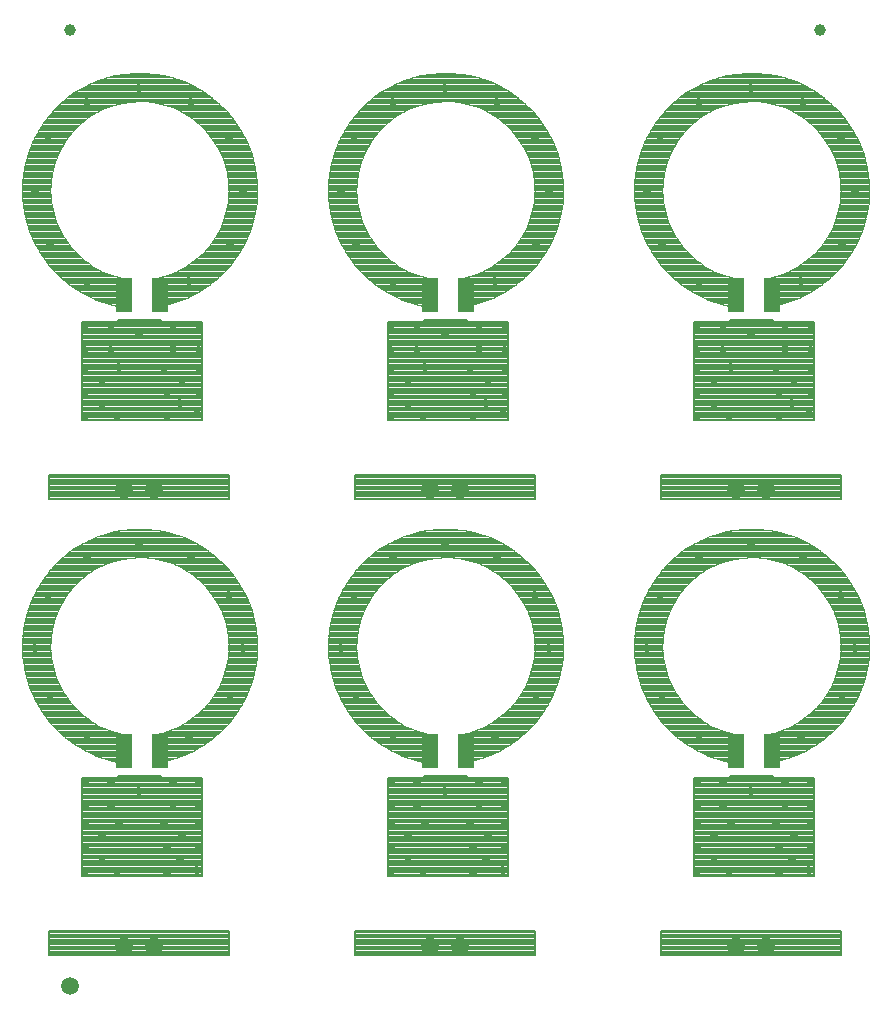
<source format=gbl>
G75*
%MOIN*%
%OFA0B0*%
%FSLAX25Y25*%
%IPPOS*%
%LPD*%
%AMOC8*
5,1,8,0,0,1.08239X$1,22.5*
%
%ADD10R,0.05315X0.11417*%
%ADD11C,0.00394*%
%ADD12C,0.03937*%
%ADD13C,0.05906*%
%ADD14C,0.02700*%
%ADD15C,0.00800*%
%ADD16C,0.06000*%
D10*
X0188181Y0365737D03*
X0200346Y0365737D03*
X0290181Y0365737D03*
X0302346Y0365737D03*
X0392181Y0365737D03*
X0404346Y0365737D03*
X0404346Y0517737D03*
X0392181Y0517737D03*
X0302346Y0517737D03*
X0290181Y0517737D03*
X0200346Y0517737D03*
X0188181Y0517737D03*
D11*
X0190622Y0517775D02*
X0175737Y0517775D01*
X0176572Y0517383D02*
X0190622Y0517383D01*
X0190622Y0516991D02*
X0177407Y0516991D01*
X0178243Y0516599D02*
X0190622Y0516599D01*
X0190622Y0516206D02*
X0179090Y0516206D01*
X0179047Y0516221D02*
X0182354Y0515119D01*
X0185700Y0514292D01*
X0189086Y0513780D01*
X0190622Y0513682D01*
X0190622Y0523130D01*
X0187472Y0523623D01*
X0184322Y0524410D01*
X0180385Y0525985D01*
X0177629Y0527560D01*
X0176448Y0528347D01*
X0174873Y0529528D01*
X0172748Y0531339D01*
X0170503Y0533741D01*
X0168062Y0537087D01*
X0166763Y0539528D01*
X0165503Y0542481D01*
X0164401Y0546024D01*
X0163889Y0549213D01*
X0163692Y0552166D01*
X0163771Y0555355D01*
X0164204Y0558347D01*
X0165149Y0562126D01*
X0166448Y0565355D01*
X0167787Y0567796D01*
X0169204Y0570040D01*
X0171330Y0572638D01*
X0173535Y0574882D01*
X0175818Y0576693D01*
X0178968Y0578741D01*
X0181999Y0580158D01*
X0184992Y0581221D01*
X0187551Y0581890D01*
X0190503Y0582323D01*
X0193062Y0582441D01*
X0195464Y0582363D01*
X0199204Y0581851D01*
X0201960Y0581182D01*
X0204204Y0580434D01*
X0206606Y0579331D01*
X0208692Y0578189D01*
X0210818Y0576812D01*
X0213614Y0574489D01*
X0215385Y0572678D01*
X0217354Y0570315D01*
X0219322Y0567284D01*
X0220740Y0564331D01*
X0221842Y0561378D01*
X0222472Y0558701D01*
X0222944Y0555512D01*
X0223062Y0552402D01*
X0222866Y0548780D01*
X0222314Y0546142D01*
X0221370Y0542717D01*
X0220188Y0539961D01*
X0218614Y0537048D01*
X0216527Y0534095D01*
X0214480Y0531851D01*
X0211685Y0529331D01*
X0208929Y0527441D01*
X0206291Y0525985D01*
X0203653Y0524882D01*
X0200740Y0523977D01*
X0198456Y0523504D01*
X0197944Y0523406D01*
X0197944Y0513800D01*
X0199322Y0513977D01*
X0201999Y0514489D01*
X0205385Y0515434D01*
X0208377Y0516497D01*
X0211330Y0517875D01*
X0214598Y0519764D01*
X0216999Y0521457D01*
X0219322Y0523347D01*
X0221330Y0525237D01*
X0223456Y0527599D01*
X0225031Y0529567D01*
X0226330Y0531497D01*
X0227866Y0534056D01*
X0229204Y0536733D01*
X0230543Y0540197D01*
X0231330Y0542796D01*
X0231999Y0545749D01*
X0232433Y0548938D01*
X0232629Y0552087D01*
X0232551Y0554961D01*
X0232275Y0558032D01*
X0231724Y0561103D01*
X0230779Y0564725D01*
X0229559Y0567993D01*
X0228181Y0570867D01*
X0226645Y0573583D01*
X0224952Y0576063D01*
X0222511Y0579016D01*
X0220307Y0581300D01*
X0217984Y0583308D01*
X0214440Y0585867D01*
X0211606Y0587520D01*
X0208259Y0589056D01*
X0204913Y0590237D01*
X0201409Y0591142D01*
X0198496Y0591615D01*
X0195228Y0591930D01*
X0191921Y0591930D01*
X0188141Y0591654D01*
X0184834Y0591063D01*
X0181999Y0590315D01*
X0179401Y0589449D01*
X0176724Y0588268D01*
X0173653Y0586654D01*
X0171055Y0585001D01*
X0168889Y0583386D01*
X0165700Y0580552D01*
X0163496Y0578150D01*
X0161133Y0575119D01*
X0159125Y0571851D01*
X0157629Y0568898D01*
X0156409Y0565867D01*
X0155503Y0562914D01*
X0154913Y0560434D01*
X0154440Y0557402D01*
X0154165Y0553583D01*
X0154244Y0549764D01*
X0155110Y0544174D01*
X0156566Y0539252D01*
X0158456Y0534882D01*
X0161173Y0530355D01*
X0163535Y0527284D01*
X0166015Y0524725D01*
X0168850Y0522166D01*
X0171645Y0520119D01*
X0174519Y0518347D01*
X0179047Y0516221D01*
X0180267Y0515814D02*
X0190622Y0515814D01*
X0190622Y0515422D02*
X0181444Y0515422D01*
X0182713Y0515030D02*
X0190622Y0515030D01*
X0190622Y0514638D02*
X0184301Y0514638D01*
X0186008Y0514245D02*
X0190622Y0514245D01*
X0190622Y0513853D02*
X0188603Y0513853D01*
X0190622Y0518167D02*
X0174901Y0518167D01*
X0174174Y0518560D02*
X0190622Y0518560D01*
X0190622Y0518952D02*
X0173538Y0518952D01*
X0172902Y0519344D02*
X0190622Y0519344D01*
X0190622Y0519736D02*
X0172265Y0519736D01*
X0171632Y0520129D02*
X0190622Y0520129D01*
X0190622Y0520521D02*
X0171096Y0520521D01*
X0170561Y0520913D02*
X0190622Y0520913D01*
X0190622Y0521305D02*
X0170025Y0521305D01*
X0169490Y0521697D02*
X0190622Y0521697D01*
X0190622Y0522090D02*
X0168954Y0522090D01*
X0168500Y0522482D02*
X0190622Y0522482D01*
X0190622Y0522874D02*
X0168065Y0522874D01*
X0167631Y0523266D02*
X0189753Y0523266D01*
X0187328Y0523658D02*
X0167197Y0523658D01*
X0166762Y0524051D02*
X0185760Y0524051D01*
X0184240Y0524443D02*
X0166328Y0524443D01*
X0165908Y0524835D02*
X0183260Y0524835D01*
X0182279Y0525227D02*
X0165528Y0525227D01*
X0165148Y0525619D02*
X0181298Y0525619D01*
X0180338Y0526012D02*
X0164768Y0526012D01*
X0164388Y0526404D02*
X0179652Y0526404D01*
X0178965Y0526796D02*
X0164008Y0526796D01*
X0163628Y0527188D02*
X0178279Y0527188D01*
X0177598Y0527581D02*
X0163307Y0527581D01*
X0163005Y0527973D02*
X0177010Y0527973D01*
X0176424Y0528365D02*
X0162703Y0528365D01*
X0162402Y0528757D02*
X0175901Y0528757D01*
X0175378Y0529149D02*
X0162100Y0529149D01*
X0161798Y0529542D02*
X0174858Y0529542D01*
X0174397Y0529934D02*
X0161497Y0529934D01*
X0161195Y0530326D02*
X0173937Y0530326D01*
X0173476Y0530718D02*
X0160955Y0530718D01*
X0160719Y0531110D02*
X0173016Y0531110D01*
X0172595Y0531503D02*
X0160484Y0531503D01*
X0160249Y0531895D02*
X0172228Y0531895D01*
X0171862Y0532287D02*
X0160013Y0532287D01*
X0159778Y0532679D02*
X0171495Y0532679D01*
X0171129Y0533072D02*
X0159543Y0533072D01*
X0159307Y0533464D02*
X0170762Y0533464D01*
X0170419Y0533856D02*
X0159072Y0533856D01*
X0158837Y0534248D02*
X0170133Y0534248D01*
X0169847Y0534640D02*
X0158601Y0534640D01*
X0158391Y0535033D02*
X0169561Y0535033D01*
X0169275Y0535425D02*
X0158222Y0535425D01*
X0158052Y0535817D02*
X0168989Y0535817D01*
X0168703Y0536209D02*
X0157882Y0536209D01*
X0157713Y0536601D02*
X0168417Y0536601D01*
X0168131Y0536994D02*
X0157543Y0536994D01*
X0157374Y0537386D02*
X0167903Y0537386D01*
X0167695Y0537778D02*
X0157204Y0537778D01*
X0157034Y0538170D02*
X0167486Y0538170D01*
X0167277Y0538562D02*
X0156865Y0538562D01*
X0156695Y0538955D02*
X0167068Y0538955D01*
X0166860Y0539347D02*
X0156538Y0539347D01*
X0156422Y0539739D02*
X0166673Y0539739D01*
X0166506Y0540131D02*
X0156306Y0540131D01*
X0156190Y0540524D02*
X0166339Y0540524D01*
X0166171Y0540916D02*
X0156074Y0540916D01*
X0155958Y0541308D02*
X0166004Y0541308D01*
X0165836Y0541700D02*
X0155842Y0541700D01*
X0155726Y0542092D02*
X0165669Y0542092D01*
X0165502Y0542485D02*
X0155610Y0542485D01*
X0155494Y0542877D02*
X0165380Y0542877D01*
X0165258Y0543269D02*
X0155377Y0543269D01*
X0155261Y0543661D02*
X0165136Y0543661D01*
X0165014Y0544053D02*
X0155145Y0544053D01*
X0155068Y0544446D02*
X0164892Y0544446D01*
X0164770Y0544838D02*
X0155007Y0544838D01*
X0154946Y0545230D02*
X0164648Y0545230D01*
X0164526Y0545622D02*
X0154885Y0545622D01*
X0154825Y0546015D02*
X0164404Y0546015D01*
X0164340Y0546407D02*
X0154764Y0546407D01*
X0154703Y0546799D02*
X0164277Y0546799D01*
X0164214Y0547191D02*
X0154642Y0547191D01*
X0154581Y0547583D02*
X0164151Y0547583D01*
X0164088Y0547976D02*
X0154521Y0547976D01*
X0154460Y0548368D02*
X0164025Y0548368D01*
X0163962Y0548760D02*
X0154399Y0548760D01*
X0154338Y0549152D02*
X0163899Y0549152D01*
X0163867Y0549544D02*
X0154278Y0549544D01*
X0154240Y0549937D02*
X0163841Y0549937D01*
X0163815Y0550329D02*
X0154232Y0550329D01*
X0154224Y0550721D02*
X0163789Y0550721D01*
X0163763Y0551113D02*
X0154216Y0551113D01*
X0154208Y0551505D02*
X0163736Y0551505D01*
X0163710Y0551898D02*
X0154200Y0551898D01*
X0154191Y0552290D02*
X0163695Y0552290D01*
X0163705Y0552682D02*
X0154183Y0552682D01*
X0154175Y0553074D02*
X0163715Y0553074D01*
X0163724Y0553467D02*
X0154167Y0553467D01*
X0154185Y0553859D02*
X0163734Y0553859D01*
X0163744Y0554251D02*
X0154213Y0554251D01*
X0154241Y0554643D02*
X0163754Y0554643D01*
X0163763Y0555035D02*
X0154270Y0555035D01*
X0154298Y0555428D02*
X0163782Y0555428D01*
X0163838Y0555820D02*
X0154326Y0555820D01*
X0154355Y0556212D02*
X0163895Y0556212D01*
X0163952Y0556604D02*
X0154383Y0556604D01*
X0154411Y0556996D02*
X0164009Y0556996D01*
X0164065Y0557389D02*
X0154439Y0557389D01*
X0154499Y0557781D02*
X0164122Y0557781D01*
X0164179Y0558173D02*
X0154561Y0558173D01*
X0154622Y0558565D02*
X0164259Y0558565D01*
X0164357Y0558958D02*
X0154683Y0558958D01*
X0154744Y0559350D02*
X0164455Y0559350D01*
X0164553Y0559742D02*
X0154805Y0559742D01*
X0154866Y0560134D02*
X0164651Y0560134D01*
X0164749Y0560526D02*
X0154935Y0560526D01*
X0155028Y0560919D02*
X0164847Y0560919D01*
X0164945Y0561311D02*
X0155122Y0561311D01*
X0155215Y0561703D02*
X0165043Y0561703D01*
X0165141Y0562095D02*
X0155308Y0562095D01*
X0155402Y0562487D02*
X0165294Y0562487D01*
X0165452Y0562880D02*
X0155495Y0562880D01*
X0155613Y0563272D02*
X0165610Y0563272D01*
X0165768Y0563664D02*
X0155733Y0563664D01*
X0155854Y0564056D02*
X0165926Y0564056D01*
X0166084Y0564448D02*
X0155974Y0564448D01*
X0156094Y0564841D02*
X0166241Y0564841D01*
X0166399Y0565233D02*
X0156215Y0565233D01*
X0156335Y0565625D02*
X0166596Y0565625D01*
X0166812Y0566017D02*
X0156470Y0566017D01*
X0156627Y0566410D02*
X0167027Y0566410D01*
X0167242Y0566802D02*
X0156785Y0566802D01*
X0156943Y0567194D02*
X0167457Y0567194D01*
X0167672Y0567586D02*
X0157101Y0567586D01*
X0157259Y0567978D02*
X0167902Y0567978D01*
X0168150Y0568371D02*
X0157417Y0568371D01*
X0157575Y0568763D02*
X0168398Y0568763D01*
X0168645Y0569155D02*
X0157760Y0569155D01*
X0157958Y0569547D02*
X0168893Y0569547D01*
X0169141Y0569939D02*
X0158157Y0569939D01*
X0158356Y0570332D02*
X0169443Y0570332D01*
X0169764Y0570724D02*
X0158554Y0570724D01*
X0158753Y0571116D02*
X0170085Y0571116D01*
X0170406Y0571508D02*
X0158952Y0571508D01*
X0159156Y0571901D02*
X0170727Y0571901D01*
X0171047Y0572293D02*
X0159397Y0572293D01*
X0159638Y0572685D02*
X0171376Y0572685D01*
X0171761Y0573077D02*
X0159879Y0573077D01*
X0160120Y0573469D02*
X0172147Y0573469D01*
X0172532Y0573862D02*
X0160361Y0573862D01*
X0160602Y0574254D02*
X0172917Y0574254D01*
X0173303Y0574646D02*
X0160843Y0574646D01*
X0161084Y0575038D02*
X0173731Y0575038D01*
X0174226Y0575430D02*
X0161376Y0575430D01*
X0161682Y0575823D02*
X0174720Y0575823D01*
X0175215Y0576215D02*
X0161988Y0576215D01*
X0162293Y0576607D02*
X0175709Y0576607D01*
X0176289Y0576999D02*
X0162599Y0576999D01*
X0162904Y0577391D02*
X0176892Y0577391D01*
X0177496Y0577784D02*
X0163210Y0577784D01*
X0163519Y0578176D02*
X0178099Y0578176D01*
X0178703Y0578568D02*
X0163879Y0578568D01*
X0164239Y0578960D02*
X0179438Y0578960D01*
X0180277Y0579353D02*
X0164599Y0579353D01*
X0164959Y0579745D02*
X0181116Y0579745D01*
X0181954Y0580137D02*
X0165320Y0580137D01*
X0165680Y0580529D02*
X0183044Y0580529D01*
X0184148Y0580921D02*
X0166116Y0580921D01*
X0166557Y0581314D02*
X0185346Y0581314D01*
X0186845Y0581706D02*
X0166999Y0581706D01*
X0167440Y0582098D02*
X0188967Y0582098D01*
X0197398Y0582098D02*
X0219383Y0582098D01*
X0218929Y0582490D02*
X0167881Y0582490D01*
X0168322Y0582882D02*
X0218476Y0582882D01*
X0218022Y0583275D02*
X0168764Y0583275D01*
X0169266Y0583667D02*
X0217486Y0583667D01*
X0216943Y0584059D02*
X0169792Y0584059D01*
X0170318Y0584451D02*
X0216400Y0584451D01*
X0215857Y0584844D02*
X0170844Y0584844D01*
X0171424Y0585236D02*
X0215314Y0585236D01*
X0214771Y0585628D02*
X0172041Y0585628D01*
X0172657Y0586020D02*
X0214177Y0586020D01*
X0213505Y0586412D02*
X0173273Y0586412D01*
X0173939Y0586805D02*
X0212833Y0586805D01*
X0212160Y0587197D02*
X0174686Y0587197D01*
X0175432Y0587589D02*
X0211456Y0587589D01*
X0210601Y0587981D02*
X0176178Y0587981D01*
X0176962Y0588373D02*
X0209746Y0588373D01*
X0208891Y0588766D02*
X0177851Y0588766D01*
X0178740Y0589158D02*
X0207970Y0589158D01*
X0206858Y0589550D02*
X0179703Y0589550D01*
X0180880Y0589942D02*
X0205747Y0589942D01*
X0204535Y0590334D02*
X0182072Y0590334D01*
X0183558Y0590727D02*
X0203017Y0590727D01*
X0201499Y0591119D02*
X0185144Y0591119D01*
X0187341Y0591511D02*
X0199134Y0591511D01*
X0195501Y0591903D02*
X0191560Y0591903D01*
X0199802Y0581706D02*
X0219837Y0581706D01*
X0220291Y0581314D02*
X0201417Y0581314D01*
X0202741Y0580921D02*
X0220672Y0580921D01*
X0221051Y0580529D02*
X0203917Y0580529D01*
X0204850Y0580137D02*
X0221429Y0580137D01*
X0221808Y0579745D02*
X0205705Y0579745D01*
X0206559Y0579353D02*
X0222187Y0579353D01*
X0222558Y0578960D02*
X0207284Y0578960D01*
X0208000Y0578568D02*
X0222882Y0578568D01*
X0223206Y0578176D02*
X0208713Y0578176D01*
X0209318Y0577784D02*
X0223530Y0577784D01*
X0223854Y0577391D02*
X0209924Y0577391D01*
X0210529Y0576999D02*
X0224179Y0576999D01*
X0224503Y0576607D02*
X0211064Y0576607D01*
X0211536Y0576215D02*
X0224827Y0576215D01*
X0225117Y0575823D02*
X0212008Y0575823D01*
X0212480Y0575430D02*
X0225384Y0575430D01*
X0225652Y0575038D02*
X0212952Y0575038D01*
X0213424Y0574646D02*
X0225920Y0574646D01*
X0226187Y0574254D02*
X0213843Y0574254D01*
X0214227Y0573862D02*
X0226455Y0573862D01*
X0226709Y0573469D02*
X0214611Y0573469D01*
X0214995Y0573077D02*
X0226931Y0573077D01*
X0227153Y0572685D02*
X0215378Y0572685D01*
X0215706Y0572293D02*
X0227375Y0572293D01*
X0227596Y0571901D02*
X0216033Y0571901D01*
X0216360Y0571508D02*
X0227818Y0571508D01*
X0228040Y0571116D02*
X0216687Y0571116D01*
X0217013Y0570724D02*
X0228249Y0570724D01*
X0228437Y0570332D02*
X0217340Y0570332D01*
X0217598Y0569939D02*
X0228625Y0569939D01*
X0228813Y0569547D02*
X0217853Y0569547D01*
X0218107Y0569155D02*
X0229001Y0569155D01*
X0229189Y0568763D02*
X0218362Y0568763D01*
X0218617Y0568371D02*
X0229377Y0568371D01*
X0229564Y0567978D02*
X0218871Y0567978D01*
X0219126Y0567586D02*
X0229710Y0567586D01*
X0229857Y0567194D02*
X0219366Y0567194D01*
X0219554Y0566802D02*
X0230003Y0566802D01*
X0230150Y0566410D02*
X0219742Y0566410D01*
X0219930Y0566017D02*
X0230296Y0566017D01*
X0230443Y0565625D02*
X0220119Y0565625D01*
X0220307Y0565233D02*
X0230589Y0565233D01*
X0230736Y0564841D02*
X0220495Y0564841D01*
X0220683Y0564448D02*
X0230851Y0564448D01*
X0230953Y0564056D02*
X0220842Y0564056D01*
X0220989Y0563664D02*
X0231056Y0563664D01*
X0231158Y0563272D02*
X0221135Y0563272D01*
X0221282Y0562880D02*
X0231260Y0562880D01*
X0231363Y0562487D02*
X0221428Y0562487D01*
X0221574Y0562095D02*
X0231465Y0562095D01*
X0231567Y0561703D02*
X0221721Y0561703D01*
X0221858Y0561311D02*
X0231670Y0561311D01*
X0231757Y0560919D02*
X0221950Y0560919D01*
X0222042Y0560526D02*
X0231827Y0560526D01*
X0231898Y0560134D02*
X0222135Y0560134D01*
X0222227Y0559742D02*
X0231968Y0559742D01*
X0232039Y0559350D02*
X0222319Y0559350D01*
X0222412Y0558958D02*
X0232109Y0558958D01*
X0232179Y0558565D02*
X0222492Y0558565D01*
X0222550Y0558173D02*
X0232250Y0558173D01*
X0232298Y0557781D02*
X0222608Y0557781D01*
X0222666Y0557389D02*
X0232333Y0557389D01*
X0232368Y0556996D02*
X0222724Y0556996D01*
X0222783Y0556604D02*
X0232403Y0556604D01*
X0232438Y0556212D02*
X0222841Y0556212D01*
X0222899Y0555820D02*
X0232474Y0555820D01*
X0232509Y0555428D02*
X0222948Y0555428D01*
X0222962Y0555035D02*
X0232544Y0555035D01*
X0232559Y0554643D02*
X0222977Y0554643D01*
X0222992Y0554251D02*
X0232570Y0554251D01*
X0232581Y0553859D02*
X0223007Y0553859D01*
X0223022Y0553467D02*
X0232592Y0553467D01*
X0232602Y0553074D02*
X0223037Y0553074D01*
X0223052Y0552682D02*
X0232613Y0552682D01*
X0232624Y0552290D02*
X0223056Y0552290D01*
X0223035Y0551898D02*
X0232618Y0551898D01*
X0232593Y0551505D02*
X0223014Y0551505D01*
X0222992Y0551113D02*
X0232569Y0551113D01*
X0232544Y0550721D02*
X0222971Y0550721D01*
X0222950Y0550329D02*
X0232519Y0550329D01*
X0232495Y0549937D02*
X0222928Y0549937D01*
X0222907Y0549544D02*
X0232470Y0549544D01*
X0232446Y0549152D02*
X0222886Y0549152D01*
X0222861Y0548760D02*
X0232408Y0548760D01*
X0232355Y0548368D02*
X0222779Y0548368D01*
X0222698Y0547976D02*
X0232302Y0547976D01*
X0232249Y0547583D02*
X0222616Y0547583D01*
X0222534Y0547191D02*
X0232195Y0547191D01*
X0232142Y0546799D02*
X0222452Y0546799D01*
X0222370Y0546407D02*
X0232089Y0546407D01*
X0232036Y0546015D02*
X0222279Y0546015D01*
X0222171Y0545622D02*
X0231971Y0545622D01*
X0231882Y0545230D02*
X0222063Y0545230D01*
X0221955Y0544838D02*
X0231793Y0544838D01*
X0231704Y0544446D02*
X0221846Y0544446D01*
X0221738Y0544053D02*
X0231615Y0544053D01*
X0231526Y0543661D02*
X0221630Y0543661D01*
X0221522Y0543269D02*
X0231437Y0543269D01*
X0231349Y0542877D02*
X0221414Y0542877D01*
X0221270Y0542485D02*
X0231236Y0542485D01*
X0231117Y0542092D02*
X0221102Y0542092D01*
X0220934Y0541700D02*
X0230998Y0541700D01*
X0230879Y0541308D02*
X0220766Y0541308D01*
X0220598Y0540916D02*
X0230760Y0540916D01*
X0230642Y0540524D02*
X0220429Y0540524D01*
X0220261Y0540131D02*
X0230517Y0540131D01*
X0230366Y0539739D02*
X0220068Y0539739D01*
X0219856Y0539347D02*
X0230214Y0539347D01*
X0230063Y0538955D02*
X0219644Y0538955D01*
X0219432Y0538562D02*
X0229911Y0538562D01*
X0229760Y0538170D02*
X0219220Y0538170D01*
X0219008Y0537778D02*
X0229608Y0537778D01*
X0229457Y0537386D02*
X0218796Y0537386D01*
X0218575Y0536994D02*
X0229305Y0536994D01*
X0229139Y0536601D02*
X0218298Y0536601D01*
X0218021Y0536209D02*
X0228942Y0536209D01*
X0228746Y0535817D02*
X0217744Y0535817D01*
X0217467Y0535425D02*
X0228550Y0535425D01*
X0228354Y0535033D02*
X0217190Y0535033D01*
X0216912Y0534640D02*
X0228158Y0534640D01*
X0227962Y0534248D02*
X0216635Y0534248D01*
X0216309Y0533856D02*
X0227746Y0533856D01*
X0227510Y0533464D02*
X0215951Y0533464D01*
X0215593Y0533072D02*
X0227275Y0533072D01*
X0227040Y0532679D02*
X0215236Y0532679D01*
X0214878Y0532287D02*
X0226804Y0532287D01*
X0226569Y0531895D02*
X0214520Y0531895D01*
X0214093Y0531503D02*
X0226334Y0531503D01*
X0226070Y0531110D02*
X0213658Y0531110D01*
X0213223Y0530718D02*
X0225806Y0530718D01*
X0225542Y0530326D02*
X0212788Y0530326D01*
X0212353Y0529934D02*
X0225278Y0529934D01*
X0225010Y0529542D02*
X0211918Y0529542D01*
X0211419Y0529149D02*
X0224697Y0529149D01*
X0224383Y0528757D02*
X0210847Y0528757D01*
X0210275Y0528365D02*
X0224069Y0528365D01*
X0223755Y0527973D02*
X0209703Y0527973D01*
X0209131Y0527581D02*
X0223440Y0527581D01*
X0223087Y0527188D02*
X0208470Y0527188D01*
X0207760Y0526796D02*
X0222734Y0526796D01*
X0222381Y0526404D02*
X0207050Y0526404D01*
X0206340Y0526012D02*
X0222028Y0526012D01*
X0221675Y0525619D02*
X0205417Y0525619D01*
X0204478Y0525227D02*
X0221320Y0525227D01*
X0220903Y0524835D02*
X0203501Y0524835D01*
X0202239Y0524443D02*
X0220487Y0524443D01*
X0220070Y0524051D02*
X0200977Y0524051D01*
X0199200Y0523658D02*
X0219653Y0523658D01*
X0219223Y0523266D02*
X0197944Y0523266D01*
X0197944Y0522874D02*
X0218741Y0522874D01*
X0218259Y0522482D02*
X0197944Y0522482D01*
X0197944Y0522090D02*
X0217777Y0522090D01*
X0217295Y0521697D02*
X0197944Y0521697D01*
X0197944Y0521305D02*
X0216784Y0521305D01*
X0216227Y0520913D02*
X0197944Y0520913D01*
X0197944Y0520521D02*
X0215671Y0520521D01*
X0215115Y0520129D02*
X0197944Y0520129D01*
X0197944Y0519736D02*
X0214549Y0519736D01*
X0213871Y0519344D02*
X0197944Y0519344D01*
X0197944Y0518952D02*
X0213193Y0518952D01*
X0212515Y0518560D02*
X0197944Y0518560D01*
X0197944Y0518167D02*
X0211837Y0518167D01*
X0211117Y0517775D02*
X0197944Y0517775D01*
X0197944Y0517383D02*
X0210277Y0517383D01*
X0209437Y0516991D02*
X0197944Y0516991D01*
X0197944Y0516599D02*
X0208596Y0516599D01*
X0207561Y0516206D02*
X0197944Y0516206D01*
X0197944Y0515814D02*
X0206457Y0515814D01*
X0205344Y0515422D02*
X0197944Y0515422D01*
X0197944Y0515030D02*
X0203938Y0515030D01*
X0202533Y0514638D02*
X0197944Y0514638D01*
X0197944Y0514245D02*
X0200726Y0514245D01*
X0198360Y0513853D02*
X0197944Y0513853D01*
X0258566Y0539252D02*
X0260456Y0534882D01*
X0263173Y0530355D01*
X0265535Y0527284D01*
X0268015Y0524725D01*
X0270850Y0522166D01*
X0273645Y0520119D01*
X0276519Y0518347D01*
X0281047Y0516221D01*
X0284354Y0515119D01*
X0287700Y0514292D01*
X0291086Y0513780D01*
X0292622Y0513682D01*
X0292622Y0523130D01*
X0289472Y0523623D01*
X0286322Y0524410D01*
X0282385Y0525985D01*
X0279629Y0527560D01*
X0278448Y0528347D01*
X0276873Y0529528D01*
X0274748Y0531339D01*
X0272503Y0533741D01*
X0270062Y0537087D01*
X0268763Y0539528D01*
X0267503Y0542481D01*
X0266401Y0546024D01*
X0265889Y0549213D01*
X0265692Y0552166D01*
X0265771Y0555355D01*
X0266204Y0558347D01*
X0267149Y0562126D01*
X0268448Y0565355D01*
X0269787Y0567796D01*
X0271204Y0570040D01*
X0273330Y0572638D01*
X0275535Y0574882D01*
X0277818Y0576693D01*
X0280968Y0578741D01*
X0283999Y0580158D01*
X0286992Y0581221D01*
X0289551Y0581890D01*
X0292503Y0582323D01*
X0295062Y0582441D01*
X0297464Y0582363D01*
X0301204Y0581851D01*
X0303960Y0581182D01*
X0306204Y0580434D01*
X0308606Y0579331D01*
X0310692Y0578189D01*
X0312818Y0576812D01*
X0315614Y0574489D01*
X0317385Y0572678D01*
X0319354Y0570315D01*
X0321322Y0567284D01*
X0322740Y0564331D01*
X0323842Y0561378D01*
X0324472Y0558701D01*
X0324944Y0555512D01*
X0325062Y0552402D01*
X0324866Y0548780D01*
X0324314Y0546142D01*
X0323370Y0542717D01*
X0322188Y0539961D01*
X0320614Y0537048D01*
X0318527Y0534095D01*
X0316480Y0531851D01*
X0313685Y0529331D01*
X0310929Y0527441D01*
X0308291Y0525985D01*
X0305653Y0524882D01*
X0302740Y0523977D01*
X0300456Y0523504D01*
X0299944Y0523406D01*
X0299944Y0513800D01*
X0301322Y0513977D01*
X0303999Y0514489D01*
X0307385Y0515434D01*
X0310377Y0516497D01*
X0313330Y0517875D01*
X0316598Y0519764D01*
X0318999Y0521457D01*
X0321322Y0523347D01*
X0323330Y0525237D01*
X0325456Y0527599D01*
X0327031Y0529567D01*
X0328330Y0531497D01*
X0329866Y0534056D01*
X0331204Y0536733D01*
X0332543Y0540197D01*
X0333330Y0542796D01*
X0333999Y0545749D01*
X0334433Y0548938D01*
X0334629Y0552087D01*
X0334551Y0554961D01*
X0334275Y0558032D01*
X0333724Y0561103D01*
X0332779Y0564725D01*
X0331559Y0567993D01*
X0330181Y0570867D01*
X0328645Y0573583D01*
X0326952Y0576063D01*
X0324511Y0579016D01*
X0322307Y0581300D01*
X0319984Y0583308D01*
X0316440Y0585867D01*
X0313606Y0587520D01*
X0310259Y0589056D01*
X0306913Y0590237D01*
X0303409Y0591142D01*
X0300496Y0591615D01*
X0297228Y0591930D01*
X0293921Y0591930D01*
X0290141Y0591654D01*
X0286834Y0591063D01*
X0283999Y0590315D01*
X0281401Y0589449D01*
X0278724Y0588268D01*
X0275653Y0586654D01*
X0273055Y0585001D01*
X0270889Y0583386D01*
X0267700Y0580552D01*
X0265496Y0578150D01*
X0263133Y0575119D01*
X0261125Y0571851D01*
X0259629Y0568898D01*
X0258409Y0565867D01*
X0257503Y0562914D01*
X0256913Y0560434D01*
X0256440Y0557402D01*
X0256165Y0553583D01*
X0256244Y0549764D01*
X0257110Y0544174D01*
X0258566Y0539252D01*
X0258538Y0539347D02*
X0268860Y0539347D01*
X0268673Y0539739D02*
X0258422Y0539739D01*
X0258306Y0540131D02*
X0268506Y0540131D01*
X0268339Y0540524D02*
X0258190Y0540524D01*
X0258074Y0540916D02*
X0268171Y0540916D01*
X0268004Y0541308D02*
X0257958Y0541308D01*
X0257842Y0541700D02*
X0267836Y0541700D01*
X0267669Y0542092D02*
X0257726Y0542092D01*
X0257610Y0542485D02*
X0267502Y0542485D01*
X0267380Y0542877D02*
X0257494Y0542877D01*
X0257377Y0543269D02*
X0267258Y0543269D01*
X0267136Y0543661D02*
X0257261Y0543661D01*
X0257145Y0544053D02*
X0267014Y0544053D01*
X0266892Y0544446D02*
X0257068Y0544446D01*
X0257007Y0544838D02*
X0266770Y0544838D01*
X0266648Y0545230D02*
X0256946Y0545230D01*
X0256885Y0545622D02*
X0266526Y0545622D01*
X0266404Y0546015D02*
X0256825Y0546015D01*
X0256764Y0546407D02*
X0266340Y0546407D01*
X0266277Y0546799D02*
X0256703Y0546799D01*
X0256642Y0547191D02*
X0266214Y0547191D01*
X0266151Y0547583D02*
X0256581Y0547583D01*
X0256521Y0547976D02*
X0266088Y0547976D01*
X0266025Y0548368D02*
X0256460Y0548368D01*
X0256399Y0548760D02*
X0265962Y0548760D01*
X0265899Y0549152D02*
X0256338Y0549152D01*
X0256278Y0549544D02*
X0265867Y0549544D01*
X0265841Y0549937D02*
X0256240Y0549937D01*
X0256232Y0550329D02*
X0265815Y0550329D01*
X0265789Y0550721D02*
X0256224Y0550721D01*
X0256216Y0551113D02*
X0265763Y0551113D01*
X0265736Y0551505D02*
X0256208Y0551505D01*
X0256200Y0551898D02*
X0265710Y0551898D01*
X0265695Y0552290D02*
X0256191Y0552290D01*
X0256183Y0552682D02*
X0265705Y0552682D01*
X0265715Y0553074D02*
X0256175Y0553074D01*
X0256167Y0553467D02*
X0265724Y0553467D01*
X0265734Y0553859D02*
X0256185Y0553859D01*
X0256213Y0554251D02*
X0265744Y0554251D01*
X0265754Y0554643D02*
X0256241Y0554643D01*
X0256270Y0555035D02*
X0265763Y0555035D01*
X0265782Y0555428D02*
X0256298Y0555428D01*
X0256326Y0555820D02*
X0265838Y0555820D01*
X0265895Y0556212D02*
X0256355Y0556212D01*
X0256383Y0556604D02*
X0265952Y0556604D01*
X0266009Y0556996D02*
X0256411Y0556996D01*
X0256439Y0557389D02*
X0266065Y0557389D01*
X0266122Y0557781D02*
X0256499Y0557781D01*
X0256561Y0558173D02*
X0266179Y0558173D01*
X0266259Y0558565D02*
X0256622Y0558565D01*
X0256683Y0558958D02*
X0266357Y0558958D01*
X0266455Y0559350D02*
X0256744Y0559350D01*
X0256805Y0559742D02*
X0266553Y0559742D01*
X0266651Y0560134D02*
X0256866Y0560134D01*
X0256935Y0560526D02*
X0266749Y0560526D01*
X0266847Y0560919D02*
X0257028Y0560919D01*
X0257122Y0561311D02*
X0266945Y0561311D01*
X0267043Y0561703D02*
X0257215Y0561703D01*
X0257308Y0562095D02*
X0267141Y0562095D01*
X0267294Y0562487D02*
X0257402Y0562487D01*
X0257495Y0562880D02*
X0267452Y0562880D01*
X0267610Y0563272D02*
X0257613Y0563272D01*
X0257733Y0563664D02*
X0267768Y0563664D01*
X0267926Y0564056D02*
X0257854Y0564056D01*
X0257974Y0564448D02*
X0268084Y0564448D01*
X0268241Y0564841D02*
X0258094Y0564841D01*
X0258215Y0565233D02*
X0268399Y0565233D01*
X0268596Y0565625D02*
X0258335Y0565625D01*
X0258470Y0566017D02*
X0268812Y0566017D01*
X0269027Y0566410D02*
X0258627Y0566410D01*
X0258785Y0566802D02*
X0269242Y0566802D01*
X0269457Y0567194D02*
X0258943Y0567194D01*
X0259101Y0567586D02*
X0269672Y0567586D01*
X0269902Y0567978D02*
X0259259Y0567978D01*
X0259417Y0568371D02*
X0270150Y0568371D01*
X0270398Y0568763D02*
X0259575Y0568763D01*
X0259760Y0569155D02*
X0270645Y0569155D01*
X0270893Y0569547D02*
X0259958Y0569547D01*
X0260157Y0569939D02*
X0271141Y0569939D01*
X0271443Y0570332D02*
X0260356Y0570332D01*
X0260554Y0570724D02*
X0271764Y0570724D01*
X0272085Y0571116D02*
X0260753Y0571116D01*
X0260952Y0571508D02*
X0272406Y0571508D01*
X0272727Y0571901D02*
X0261156Y0571901D01*
X0261397Y0572293D02*
X0273047Y0572293D01*
X0273376Y0572685D02*
X0261638Y0572685D01*
X0261879Y0573077D02*
X0273761Y0573077D01*
X0274147Y0573469D02*
X0262120Y0573469D01*
X0262361Y0573862D02*
X0274532Y0573862D01*
X0274917Y0574254D02*
X0262602Y0574254D01*
X0262843Y0574646D02*
X0275303Y0574646D01*
X0275731Y0575038D02*
X0263084Y0575038D01*
X0263376Y0575430D02*
X0276226Y0575430D01*
X0276720Y0575823D02*
X0263682Y0575823D01*
X0263988Y0576215D02*
X0277215Y0576215D01*
X0277709Y0576607D02*
X0264293Y0576607D01*
X0264599Y0576999D02*
X0278289Y0576999D01*
X0278892Y0577391D02*
X0264904Y0577391D01*
X0265210Y0577784D02*
X0279496Y0577784D01*
X0280099Y0578176D02*
X0265519Y0578176D01*
X0265879Y0578568D02*
X0280703Y0578568D01*
X0281438Y0578960D02*
X0266239Y0578960D01*
X0266599Y0579353D02*
X0282277Y0579353D01*
X0283116Y0579745D02*
X0266959Y0579745D01*
X0267320Y0580137D02*
X0283954Y0580137D01*
X0285044Y0580529D02*
X0267680Y0580529D01*
X0268116Y0580921D02*
X0286148Y0580921D01*
X0287346Y0581314D02*
X0268557Y0581314D01*
X0268999Y0581706D02*
X0288845Y0581706D01*
X0290967Y0582098D02*
X0269440Y0582098D01*
X0269881Y0582490D02*
X0320929Y0582490D01*
X0320476Y0582882D02*
X0270322Y0582882D01*
X0270764Y0583275D02*
X0320022Y0583275D01*
X0319486Y0583667D02*
X0271266Y0583667D01*
X0271792Y0584059D02*
X0318943Y0584059D01*
X0318400Y0584451D02*
X0272318Y0584451D01*
X0272844Y0584844D02*
X0317857Y0584844D01*
X0317314Y0585236D02*
X0273424Y0585236D01*
X0274041Y0585628D02*
X0316771Y0585628D01*
X0316177Y0586020D02*
X0274657Y0586020D01*
X0275273Y0586412D02*
X0315505Y0586412D01*
X0314833Y0586805D02*
X0275939Y0586805D01*
X0276686Y0587197D02*
X0314160Y0587197D01*
X0313456Y0587589D02*
X0277432Y0587589D01*
X0278178Y0587981D02*
X0312601Y0587981D01*
X0311746Y0588373D02*
X0278962Y0588373D01*
X0279851Y0588766D02*
X0310891Y0588766D01*
X0309970Y0589158D02*
X0280740Y0589158D01*
X0281703Y0589550D02*
X0308858Y0589550D01*
X0307747Y0589942D02*
X0282880Y0589942D01*
X0284072Y0590334D02*
X0306535Y0590334D01*
X0305017Y0590727D02*
X0285558Y0590727D01*
X0287144Y0591119D02*
X0303499Y0591119D01*
X0301134Y0591511D02*
X0289341Y0591511D01*
X0293560Y0591903D02*
X0297501Y0591903D01*
X0299398Y0582098D02*
X0321383Y0582098D01*
X0321837Y0581706D02*
X0301802Y0581706D01*
X0303417Y0581314D02*
X0322291Y0581314D01*
X0322672Y0580921D02*
X0304741Y0580921D01*
X0305917Y0580529D02*
X0323051Y0580529D01*
X0323429Y0580137D02*
X0306850Y0580137D01*
X0307705Y0579745D02*
X0323808Y0579745D01*
X0324187Y0579353D02*
X0308559Y0579353D01*
X0309284Y0578960D02*
X0324558Y0578960D01*
X0324882Y0578568D02*
X0310000Y0578568D01*
X0310713Y0578176D02*
X0325206Y0578176D01*
X0325530Y0577784D02*
X0311318Y0577784D01*
X0311924Y0577391D02*
X0325854Y0577391D01*
X0326179Y0576999D02*
X0312529Y0576999D01*
X0313064Y0576607D02*
X0326503Y0576607D01*
X0326827Y0576215D02*
X0313536Y0576215D01*
X0314008Y0575823D02*
X0327117Y0575823D01*
X0327384Y0575430D02*
X0314480Y0575430D01*
X0314952Y0575038D02*
X0327652Y0575038D01*
X0327920Y0574646D02*
X0315424Y0574646D01*
X0315843Y0574254D02*
X0328187Y0574254D01*
X0328455Y0573862D02*
X0316227Y0573862D01*
X0316611Y0573469D02*
X0328709Y0573469D01*
X0328931Y0573077D02*
X0316995Y0573077D01*
X0317378Y0572685D02*
X0329153Y0572685D01*
X0329375Y0572293D02*
X0317706Y0572293D01*
X0318033Y0571901D02*
X0329596Y0571901D01*
X0329818Y0571508D02*
X0318360Y0571508D01*
X0318687Y0571116D02*
X0330040Y0571116D01*
X0330249Y0570724D02*
X0319013Y0570724D01*
X0319340Y0570332D02*
X0330437Y0570332D01*
X0330625Y0569939D02*
X0319598Y0569939D01*
X0319853Y0569547D02*
X0330813Y0569547D01*
X0331001Y0569155D02*
X0320107Y0569155D01*
X0320362Y0568763D02*
X0331189Y0568763D01*
X0331377Y0568371D02*
X0320617Y0568371D01*
X0320871Y0567978D02*
X0331564Y0567978D01*
X0331710Y0567586D02*
X0321126Y0567586D01*
X0321366Y0567194D02*
X0331857Y0567194D01*
X0332003Y0566802D02*
X0321554Y0566802D01*
X0321742Y0566410D02*
X0332150Y0566410D01*
X0332296Y0566017D02*
X0321930Y0566017D01*
X0322119Y0565625D02*
X0332443Y0565625D01*
X0332589Y0565233D02*
X0322307Y0565233D01*
X0322495Y0564841D02*
X0332736Y0564841D01*
X0332851Y0564448D02*
X0322683Y0564448D01*
X0322842Y0564056D02*
X0332953Y0564056D01*
X0333056Y0563664D02*
X0322989Y0563664D01*
X0323135Y0563272D02*
X0333158Y0563272D01*
X0333260Y0562880D02*
X0323282Y0562880D01*
X0323428Y0562487D02*
X0333363Y0562487D01*
X0333465Y0562095D02*
X0323574Y0562095D01*
X0323721Y0561703D02*
X0333567Y0561703D01*
X0333670Y0561311D02*
X0323858Y0561311D01*
X0323950Y0560919D02*
X0333757Y0560919D01*
X0333827Y0560526D02*
X0324042Y0560526D01*
X0324135Y0560134D02*
X0333898Y0560134D01*
X0333968Y0559742D02*
X0324227Y0559742D01*
X0324319Y0559350D02*
X0334039Y0559350D01*
X0334109Y0558958D02*
X0324412Y0558958D01*
X0324492Y0558565D02*
X0334179Y0558565D01*
X0334250Y0558173D02*
X0324550Y0558173D01*
X0324608Y0557781D02*
X0334298Y0557781D01*
X0334333Y0557389D02*
X0324666Y0557389D01*
X0324724Y0556996D02*
X0334368Y0556996D01*
X0334403Y0556604D02*
X0324783Y0556604D01*
X0324841Y0556212D02*
X0334438Y0556212D01*
X0334474Y0555820D02*
X0324899Y0555820D01*
X0324948Y0555428D02*
X0334509Y0555428D01*
X0334544Y0555035D02*
X0324962Y0555035D01*
X0324977Y0554643D02*
X0334559Y0554643D01*
X0334570Y0554251D02*
X0324992Y0554251D01*
X0325007Y0553859D02*
X0334581Y0553859D01*
X0334592Y0553467D02*
X0325022Y0553467D01*
X0325037Y0553074D02*
X0334602Y0553074D01*
X0334613Y0552682D02*
X0325052Y0552682D01*
X0325056Y0552290D02*
X0334624Y0552290D01*
X0334618Y0551898D02*
X0325035Y0551898D01*
X0325014Y0551505D02*
X0334593Y0551505D01*
X0334569Y0551113D02*
X0324992Y0551113D01*
X0324971Y0550721D02*
X0334544Y0550721D01*
X0334519Y0550329D02*
X0324950Y0550329D01*
X0324928Y0549937D02*
X0334495Y0549937D01*
X0334470Y0549544D02*
X0324907Y0549544D01*
X0324886Y0549152D02*
X0334446Y0549152D01*
X0334408Y0548760D02*
X0324861Y0548760D01*
X0324779Y0548368D02*
X0334355Y0548368D01*
X0334302Y0547976D02*
X0324698Y0547976D01*
X0324616Y0547583D02*
X0334249Y0547583D01*
X0334195Y0547191D02*
X0324534Y0547191D01*
X0324452Y0546799D02*
X0334142Y0546799D01*
X0334089Y0546407D02*
X0324370Y0546407D01*
X0324279Y0546015D02*
X0334036Y0546015D01*
X0333971Y0545622D02*
X0324171Y0545622D01*
X0324063Y0545230D02*
X0333882Y0545230D01*
X0333793Y0544838D02*
X0323955Y0544838D01*
X0323846Y0544446D02*
X0333704Y0544446D01*
X0333615Y0544053D02*
X0323738Y0544053D01*
X0323630Y0543661D02*
X0333526Y0543661D01*
X0333437Y0543269D02*
X0323522Y0543269D01*
X0323414Y0542877D02*
X0333349Y0542877D01*
X0333236Y0542485D02*
X0323270Y0542485D01*
X0323102Y0542092D02*
X0333117Y0542092D01*
X0332998Y0541700D02*
X0322934Y0541700D01*
X0322766Y0541308D02*
X0332879Y0541308D01*
X0332760Y0540916D02*
X0322598Y0540916D01*
X0322429Y0540524D02*
X0332642Y0540524D01*
X0332517Y0540131D02*
X0322261Y0540131D01*
X0322068Y0539739D02*
X0332366Y0539739D01*
X0332214Y0539347D02*
X0321856Y0539347D01*
X0321644Y0538955D02*
X0332063Y0538955D01*
X0331911Y0538562D02*
X0321432Y0538562D01*
X0321220Y0538170D02*
X0331760Y0538170D01*
X0331608Y0537778D02*
X0321008Y0537778D01*
X0320796Y0537386D02*
X0331457Y0537386D01*
X0331305Y0536994D02*
X0320575Y0536994D01*
X0320298Y0536601D02*
X0331139Y0536601D01*
X0330942Y0536209D02*
X0320021Y0536209D01*
X0319744Y0535817D02*
X0330746Y0535817D01*
X0330550Y0535425D02*
X0319467Y0535425D01*
X0319190Y0535033D02*
X0330354Y0535033D01*
X0330158Y0534640D02*
X0318912Y0534640D01*
X0318635Y0534248D02*
X0329962Y0534248D01*
X0329746Y0533856D02*
X0318309Y0533856D01*
X0317951Y0533464D02*
X0329510Y0533464D01*
X0329275Y0533072D02*
X0317593Y0533072D01*
X0317236Y0532679D02*
X0329040Y0532679D01*
X0328804Y0532287D02*
X0316878Y0532287D01*
X0316520Y0531895D02*
X0328569Y0531895D01*
X0328334Y0531503D02*
X0316093Y0531503D01*
X0315658Y0531110D02*
X0328070Y0531110D01*
X0327806Y0530718D02*
X0315223Y0530718D01*
X0314788Y0530326D02*
X0327542Y0530326D01*
X0327278Y0529934D02*
X0314353Y0529934D01*
X0313918Y0529542D02*
X0327010Y0529542D01*
X0326697Y0529149D02*
X0313419Y0529149D01*
X0312847Y0528757D02*
X0326383Y0528757D01*
X0326069Y0528365D02*
X0312275Y0528365D01*
X0311703Y0527973D02*
X0325755Y0527973D01*
X0325440Y0527581D02*
X0311131Y0527581D01*
X0310470Y0527188D02*
X0325087Y0527188D01*
X0324734Y0526796D02*
X0309760Y0526796D01*
X0309050Y0526404D02*
X0324381Y0526404D01*
X0324028Y0526012D02*
X0308340Y0526012D01*
X0307417Y0525619D02*
X0323675Y0525619D01*
X0323320Y0525227D02*
X0306478Y0525227D01*
X0305501Y0524835D02*
X0322903Y0524835D01*
X0322487Y0524443D02*
X0304239Y0524443D01*
X0302977Y0524051D02*
X0322070Y0524051D01*
X0321653Y0523658D02*
X0301200Y0523658D01*
X0299944Y0523266D02*
X0321223Y0523266D01*
X0320741Y0522874D02*
X0299944Y0522874D01*
X0299944Y0522482D02*
X0320259Y0522482D01*
X0319777Y0522090D02*
X0299944Y0522090D01*
X0299944Y0521697D02*
X0319295Y0521697D01*
X0318784Y0521305D02*
X0299944Y0521305D01*
X0299944Y0520913D02*
X0318227Y0520913D01*
X0317671Y0520521D02*
X0299944Y0520521D01*
X0299944Y0520129D02*
X0317115Y0520129D01*
X0316549Y0519736D02*
X0299944Y0519736D01*
X0299944Y0519344D02*
X0315871Y0519344D01*
X0315193Y0518952D02*
X0299944Y0518952D01*
X0299944Y0518560D02*
X0314515Y0518560D01*
X0313837Y0518167D02*
X0299944Y0518167D01*
X0299944Y0517775D02*
X0313117Y0517775D01*
X0312277Y0517383D02*
X0299944Y0517383D01*
X0299944Y0516991D02*
X0311437Y0516991D01*
X0310596Y0516599D02*
X0299944Y0516599D01*
X0299944Y0516206D02*
X0309561Y0516206D01*
X0308457Y0515814D02*
X0299944Y0515814D01*
X0299944Y0515422D02*
X0307344Y0515422D01*
X0305938Y0515030D02*
X0299944Y0515030D01*
X0299944Y0514638D02*
X0304533Y0514638D01*
X0302726Y0514245D02*
X0299944Y0514245D01*
X0299944Y0513853D02*
X0300360Y0513853D01*
X0292622Y0513853D02*
X0290603Y0513853D01*
X0292622Y0514245D02*
X0288008Y0514245D01*
X0286301Y0514638D02*
X0292622Y0514638D01*
X0292622Y0515030D02*
X0284713Y0515030D01*
X0283444Y0515422D02*
X0292622Y0515422D01*
X0292622Y0515814D02*
X0282267Y0515814D01*
X0281090Y0516206D02*
X0292622Y0516206D01*
X0292622Y0516599D02*
X0280243Y0516599D01*
X0279407Y0516991D02*
X0292622Y0516991D01*
X0292622Y0517383D02*
X0278572Y0517383D01*
X0277737Y0517775D02*
X0292622Y0517775D01*
X0292622Y0518167D02*
X0276901Y0518167D01*
X0276174Y0518560D02*
X0292622Y0518560D01*
X0292622Y0518952D02*
X0275538Y0518952D01*
X0274902Y0519344D02*
X0292622Y0519344D01*
X0292622Y0519736D02*
X0274265Y0519736D01*
X0273632Y0520129D02*
X0292622Y0520129D01*
X0292622Y0520521D02*
X0273096Y0520521D01*
X0272561Y0520913D02*
X0292622Y0520913D01*
X0292622Y0521305D02*
X0272025Y0521305D01*
X0271490Y0521697D02*
X0292622Y0521697D01*
X0292622Y0522090D02*
X0270954Y0522090D01*
X0270500Y0522482D02*
X0292622Y0522482D01*
X0292622Y0522874D02*
X0270065Y0522874D01*
X0269631Y0523266D02*
X0291753Y0523266D01*
X0289328Y0523658D02*
X0269197Y0523658D01*
X0268762Y0524051D02*
X0287760Y0524051D01*
X0286240Y0524443D02*
X0268328Y0524443D01*
X0267908Y0524835D02*
X0285260Y0524835D01*
X0284279Y0525227D02*
X0267528Y0525227D01*
X0267148Y0525619D02*
X0283298Y0525619D01*
X0282338Y0526012D02*
X0266768Y0526012D01*
X0266388Y0526404D02*
X0281652Y0526404D01*
X0280965Y0526796D02*
X0266008Y0526796D01*
X0265628Y0527188D02*
X0280279Y0527188D01*
X0279598Y0527581D02*
X0265307Y0527581D01*
X0265005Y0527973D02*
X0279010Y0527973D01*
X0278424Y0528365D02*
X0264703Y0528365D01*
X0264402Y0528757D02*
X0277901Y0528757D01*
X0277378Y0529149D02*
X0264100Y0529149D01*
X0263798Y0529542D02*
X0276858Y0529542D01*
X0276397Y0529934D02*
X0263497Y0529934D01*
X0263195Y0530326D02*
X0275937Y0530326D01*
X0275476Y0530718D02*
X0262955Y0530718D01*
X0262719Y0531110D02*
X0275016Y0531110D01*
X0274595Y0531503D02*
X0262484Y0531503D01*
X0262249Y0531895D02*
X0274228Y0531895D01*
X0273862Y0532287D02*
X0262013Y0532287D01*
X0261778Y0532679D02*
X0273495Y0532679D01*
X0273129Y0533072D02*
X0261543Y0533072D01*
X0261307Y0533464D02*
X0272762Y0533464D01*
X0272419Y0533856D02*
X0261072Y0533856D01*
X0260837Y0534248D02*
X0272133Y0534248D01*
X0271847Y0534640D02*
X0260601Y0534640D01*
X0260391Y0535033D02*
X0271561Y0535033D01*
X0271275Y0535425D02*
X0260222Y0535425D01*
X0260052Y0535817D02*
X0270989Y0535817D01*
X0270703Y0536209D02*
X0259882Y0536209D01*
X0259713Y0536601D02*
X0270417Y0536601D01*
X0270131Y0536994D02*
X0259543Y0536994D01*
X0259374Y0537386D02*
X0269903Y0537386D01*
X0269695Y0537778D02*
X0259204Y0537778D01*
X0259034Y0538170D02*
X0269486Y0538170D01*
X0269277Y0538562D02*
X0258865Y0538562D01*
X0258695Y0538955D02*
X0269068Y0538955D01*
X0290141Y0439654D02*
X0293921Y0439930D01*
X0297228Y0439930D01*
X0300496Y0439615D01*
X0303409Y0439142D01*
X0306913Y0438237D01*
X0310259Y0437056D01*
X0313606Y0435520D01*
X0316440Y0433867D01*
X0319984Y0431308D01*
X0322307Y0429300D01*
X0324511Y0427016D01*
X0326952Y0424063D01*
X0328645Y0421583D01*
X0330181Y0418867D01*
X0331559Y0415993D01*
X0332779Y0412725D01*
X0333724Y0409103D01*
X0334275Y0406032D01*
X0334551Y0402961D01*
X0334629Y0400087D01*
X0334433Y0396938D01*
X0333999Y0393749D01*
X0333330Y0390796D01*
X0332543Y0388197D01*
X0331204Y0384733D01*
X0329866Y0382056D01*
X0328330Y0379497D01*
X0327031Y0377567D01*
X0325456Y0375599D01*
X0323330Y0373237D01*
X0321322Y0371347D01*
X0318999Y0369457D01*
X0316598Y0367764D01*
X0313330Y0365875D01*
X0310377Y0364497D01*
X0307385Y0363434D01*
X0303999Y0362489D01*
X0301322Y0361977D01*
X0299944Y0361800D01*
X0299944Y0371406D01*
X0300456Y0371504D01*
X0302740Y0371977D01*
X0305653Y0372882D01*
X0308291Y0373985D01*
X0310929Y0375441D01*
X0313685Y0377331D01*
X0316480Y0379851D01*
X0318527Y0382095D01*
X0320614Y0385048D01*
X0322188Y0387961D01*
X0323370Y0390717D01*
X0324314Y0394142D01*
X0324866Y0396780D01*
X0325062Y0400402D01*
X0324944Y0403512D01*
X0324472Y0406701D01*
X0323842Y0409378D01*
X0322740Y0412331D01*
X0321322Y0415284D01*
X0319354Y0418315D01*
X0317385Y0420678D01*
X0315614Y0422489D01*
X0312818Y0424812D01*
X0310692Y0426189D01*
X0308606Y0427331D01*
X0306204Y0428434D01*
X0303960Y0429182D01*
X0301204Y0429851D01*
X0297464Y0430363D01*
X0295062Y0430441D01*
X0292503Y0430323D01*
X0289551Y0429890D01*
X0286992Y0429221D01*
X0283999Y0428158D01*
X0280968Y0426741D01*
X0277818Y0424693D01*
X0275535Y0422882D01*
X0273330Y0420638D01*
X0271204Y0418040D01*
X0269787Y0415796D01*
X0268448Y0413355D01*
X0267149Y0410126D01*
X0266204Y0406347D01*
X0265771Y0403355D01*
X0265692Y0400166D01*
X0265889Y0397213D01*
X0266401Y0394024D01*
X0267503Y0390481D01*
X0268763Y0387528D01*
X0270062Y0385087D01*
X0272503Y0381741D01*
X0274748Y0379339D01*
X0276873Y0377528D01*
X0278448Y0376347D01*
X0279629Y0375560D01*
X0282385Y0373985D01*
X0286322Y0372410D01*
X0289472Y0371623D01*
X0292622Y0371130D01*
X0292622Y0361682D01*
X0291086Y0361780D01*
X0287700Y0362292D01*
X0284354Y0363119D01*
X0281047Y0364221D01*
X0276519Y0366347D01*
X0273645Y0368119D01*
X0270850Y0370166D01*
X0268015Y0372725D01*
X0265535Y0375284D01*
X0263173Y0378355D01*
X0260456Y0382882D01*
X0258566Y0387252D01*
X0257110Y0392174D01*
X0256244Y0397764D01*
X0256165Y0401583D01*
X0256440Y0405402D01*
X0256913Y0408434D01*
X0257503Y0410914D01*
X0258409Y0413867D01*
X0259629Y0416898D01*
X0261125Y0419851D01*
X0263133Y0423119D01*
X0265496Y0426150D01*
X0267700Y0428552D01*
X0270889Y0431386D01*
X0273055Y0433001D01*
X0275653Y0434654D01*
X0278724Y0436268D01*
X0281401Y0437449D01*
X0283999Y0438315D01*
X0286834Y0439063D01*
X0290141Y0439654D01*
X0291115Y0439725D02*
X0299351Y0439725D01*
X0302234Y0439333D02*
X0288342Y0439333D01*
X0286368Y0438941D02*
X0304189Y0438941D01*
X0305707Y0438548D02*
X0284882Y0438548D01*
X0283522Y0438156D02*
X0307141Y0438156D01*
X0308252Y0437764D02*
X0282345Y0437764D01*
X0281225Y0437372D02*
X0309364Y0437372D01*
X0310425Y0436980D02*
X0280336Y0436980D01*
X0279447Y0436587D02*
X0311280Y0436587D01*
X0312135Y0436195D02*
X0278585Y0436195D01*
X0277839Y0435803D02*
X0312990Y0435803D01*
X0313793Y0435411D02*
X0277092Y0435411D01*
X0276346Y0435018D02*
X0314466Y0435018D01*
X0315138Y0434626D02*
X0275609Y0434626D01*
X0274993Y0434234D02*
X0315811Y0434234D01*
X0316475Y0433842D02*
X0274377Y0433842D01*
X0273760Y0433450D02*
X0317018Y0433450D01*
X0317561Y0433057D02*
X0273144Y0433057D01*
X0272605Y0432665D02*
X0318104Y0432665D01*
X0318647Y0432273D02*
X0272079Y0432273D01*
X0271553Y0431881D02*
X0319190Y0431881D01*
X0319733Y0431489D02*
X0271026Y0431489D01*
X0270563Y0431096D02*
X0320228Y0431096D01*
X0320682Y0430704D02*
X0270122Y0430704D01*
X0269681Y0430312D02*
X0292426Y0430312D01*
X0289751Y0429920D02*
X0269239Y0429920D01*
X0268798Y0429528D02*
X0288164Y0429528D01*
X0286750Y0429135D02*
X0268357Y0429135D01*
X0267916Y0428743D02*
X0285646Y0428743D01*
X0284542Y0428351D02*
X0267516Y0428351D01*
X0267156Y0427959D02*
X0283573Y0427959D01*
X0282734Y0427566D02*
X0266796Y0427566D01*
X0266436Y0427174D02*
X0281895Y0427174D01*
X0281056Y0426782D02*
X0266076Y0426782D01*
X0265716Y0426390D02*
X0280428Y0426390D01*
X0279825Y0425998D02*
X0265377Y0425998D01*
X0265071Y0425605D02*
X0279221Y0425605D01*
X0278618Y0425213D02*
X0264765Y0425213D01*
X0264460Y0424821D02*
X0278015Y0424821D01*
X0277485Y0424429D02*
X0264154Y0424429D01*
X0263849Y0424037D02*
X0276990Y0424037D01*
X0276496Y0423644D02*
X0263543Y0423644D01*
X0263237Y0423252D02*
X0276001Y0423252D01*
X0275513Y0422860D02*
X0262974Y0422860D01*
X0262733Y0422468D02*
X0275127Y0422468D01*
X0274742Y0422075D02*
X0262492Y0422075D01*
X0262251Y0421683D02*
X0274357Y0421683D01*
X0273971Y0421291D02*
X0262010Y0421291D01*
X0261769Y0420899D02*
X0273586Y0420899D01*
X0273222Y0420507D02*
X0261528Y0420507D01*
X0261287Y0420114D02*
X0272902Y0420114D01*
X0272581Y0419722D02*
X0261060Y0419722D01*
X0260862Y0419330D02*
X0272260Y0419330D01*
X0271939Y0418938D02*
X0260663Y0418938D01*
X0260464Y0418546D02*
X0271618Y0418546D01*
X0271297Y0418153D02*
X0260265Y0418153D01*
X0260067Y0417761D02*
X0271028Y0417761D01*
X0270780Y0417369D02*
X0259868Y0417369D01*
X0259669Y0416977D02*
X0270533Y0416977D01*
X0270285Y0416585D02*
X0259503Y0416585D01*
X0259345Y0416192D02*
X0270037Y0416192D01*
X0269790Y0415800D02*
X0259187Y0415800D01*
X0259029Y0415408D02*
X0269574Y0415408D01*
X0269359Y0415016D02*
X0258872Y0415016D01*
X0258714Y0414623D02*
X0269144Y0414623D01*
X0268929Y0414231D02*
X0258556Y0414231D01*
X0258400Y0413839D02*
X0268714Y0413839D01*
X0268499Y0413447D02*
X0258280Y0413447D01*
X0258160Y0413055D02*
X0268327Y0413055D01*
X0268170Y0412662D02*
X0258040Y0412662D01*
X0257919Y0412270D02*
X0268012Y0412270D01*
X0267854Y0411878D02*
X0257799Y0411878D01*
X0257679Y0411486D02*
X0267696Y0411486D01*
X0267538Y0411094D02*
X0257559Y0411094D01*
X0257453Y0410701D02*
X0267380Y0410701D01*
X0267223Y0410309D02*
X0257359Y0410309D01*
X0257266Y0409917D02*
X0267097Y0409917D01*
X0266999Y0409525D02*
X0257173Y0409525D01*
X0257079Y0409132D02*
X0266901Y0409132D01*
X0266803Y0408740D02*
X0256986Y0408740D01*
X0256900Y0408348D02*
X0266704Y0408348D01*
X0266606Y0407956D02*
X0256838Y0407956D01*
X0256777Y0407564D02*
X0266508Y0407564D01*
X0266410Y0407171D02*
X0256716Y0407171D01*
X0256655Y0406779D02*
X0266312Y0406779D01*
X0266214Y0406387D02*
X0256594Y0406387D01*
X0256533Y0405995D02*
X0266153Y0405995D01*
X0266096Y0405603D02*
X0256472Y0405603D01*
X0256427Y0405210D02*
X0266040Y0405210D01*
X0265983Y0404818D02*
X0256398Y0404818D01*
X0256370Y0404426D02*
X0265926Y0404426D01*
X0265869Y0404034D02*
X0256342Y0404034D01*
X0256313Y0403642D02*
X0265813Y0403642D01*
X0265769Y0403249D02*
X0256285Y0403249D01*
X0256257Y0402857D02*
X0265759Y0402857D01*
X0265749Y0402465D02*
X0256228Y0402465D01*
X0256200Y0402073D02*
X0265739Y0402073D01*
X0265730Y0401680D02*
X0256172Y0401680D01*
X0256171Y0401288D02*
X0265720Y0401288D01*
X0265710Y0400896D02*
X0256179Y0400896D01*
X0256187Y0400504D02*
X0265701Y0400504D01*
X0265696Y0400112D02*
X0256195Y0400112D01*
X0256203Y0399719D02*
X0265722Y0399719D01*
X0265748Y0399327D02*
X0256211Y0399327D01*
X0256219Y0398935D02*
X0265774Y0398935D01*
X0265801Y0398543D02*
X0256228Y0398543D01*
X0256236Y0398151D02*
X0265827Y0398151D01*
X0265853Y0397758D02*
X0256244Y0397758D01*
X0256305Y0397366D02*
X0265879Y0397366D01*
X0265928Y0396974D02*
X0256366Y0396974D01*
X0256427Y0396582D02*
X0265991Y0396582D01*
X0266054Y0396189D02*
X0256488Y0396189D01*
X0256548Y0395797D02*
X0266116Y0395797D01*
X0266179Y0395405D02*
X0256609Y0395405D01*
X0256670Y0395013D02*
X0266242Y0395013D01*
X0266305Y0394621D02*
X0256731Y0394621D01*
X0256791Y0394228D02*
X0266368Y0394228D01*
X0266460Y0393836D02*
X0256852Y0393836D01*
X0256913Y0393444D02*
X0266582Y0393444D01*
X0266704Y0393052D02*
X0256974Y0393052D01*
X0257034Y0392660D02*
X0266826Y0392660D01*
X0266948Y0392267D02*
X0257095Y0392267D01*
X0257198Y0391875D02*
X0267070Y0391875D01*
X0267192Y0391483D02*
X0257314Y0391483D01*
X0257430Y0391091D02*
X0267314Y0391091D01*
X0267436Y0390699D02*
X0257546Y0390699D01*
X0257662Y0390306D02*
X0267578Y0390306D01*
X0267745Y0389914D02*
X0257779Y0389914D01*
X0257895Y0389522D02*
X0267913Y0389522D01*
X0268080Y0389130D02*
X0258011Y0389130D01*
X0258127Y0388737D02*
X0268247Y0388737D01*
X0268415Y0388345D02*
X0258243Y0388345D01*
X0258359Y0387953D02*
X0268582Y0387953D01*
X0268749Y0387561D02*
X0258475Y0387561D01*
X0258603Y0387169D02*
X0268955Y0387169D01*
X0269163Y0386776D02*
X0258772Y0386776D01*
X0258942Y0386384D02*
X0269372Y0386384D01*
X0269581Y0385992D02*
X0259111Y0385992D01*
X0259281Y0385600D02*
X0269790Y0385600D01*
X0269998Y0385208D02*
X0259451Y0385208D01*
X0259620Y0384815D02*
X0270261Y0384815D01*
X0270547Y0384423D02*
X0259790Y0384423D01*
X0259960Y0384031D02*
X0270833Y0384031D01*
X0271119Y0383639D02*
X0260129Y0383639D01*
X0260299Y0383246D02*
X0271405Y0383246D01*
X0271691Y0382854D02*
X0260473Y0382854D01*
X0260708Y0382462D02*
X0271977Y0382462D01*
X0272263Y0382070D02*
X0260944Y0382070D01*
X0261179Y0381678D02*
X0272562Y0381678D01*
X0272929Y0381285D02*
X0261414Y0381285D01*
X0261650Y0380893D02*
X0273295Y0380893D01*
X0273662Y0380501D02*
X0261885Y0380501D01*
X0262120Y0380109D02*
X0274028Y0380109D01*
X0274395Y0379717D02*
X0262356Y0379717D01*
X0262591Y0379324D02*
X0274765Y0379324D01*
X0275225Y0378932D02*
X0262826Y0378932D01*
X0263062Y0378540D02*
X0275686Y0378540D01*
X0276146Y0378148D02*
X0263332Y0378148D01*
X0263634Y0377756D02*
X0276606Y0377756D01*
X0277093Y0377363D02*
X0263935Y0377363D01*
X0264237Y0376971D02*
X0277616Y0376971D01*
X0278139Y0376579D02*
X0264539Y0376579D01*
X0264841Y0376187D02*
X0278689Y0376187D01*
X0279277Y0375794D02*
X0265142Y0375794D01*
X0265444Y0375402D02*
X0279905Y0375402D01*
X0280591Y0375010D02*
X0265800Y0375010D01*
X0266181Y0374618D02*
X0281277Y0374618D01*
X0281964Y0374226D02*
X0266561Y0374226D01*
X0266941Y0373833D02*
X0282764Y0373833D01*
X0283744Y0373441D02*
X0267321Y0373441D01*
X0267701Y0373049D02*
X0284725Y0373049D01*
X0285705Y0372657D02*
X0268091Y0372657D01*
X0268525Y0372265D02*
X0286904Y0372265D01*
X0288473Y0371872D02*
X0268960Y0371872D01*
X0269394Y0371480D02*
X0290383Y0371480D01*
X0292622Y0371088D02*
X0269829Y0371088D01*
X0270263Y0370696D02*
X0292622Y0370696D01*
X0292622Y0370303D02*
X0270697Y0370303D01*
X0271197Y0369911D02*
X0292622Y0369911D01*
X0292622Y0369519D02*
X0271733Y0369519D01*
X0272269Y0369127D02*
X0292622Y0369127D01*
X0292622Y0368735D02*
X0272804Y0368735D01*
X0273340Y0368342D02*
X0292622Y0368342D01*
X0292622Y0367950D02*
X0273918Y0367950D01*
X0274555Y0367558D02*
X0292622Y0367558D01*
X0292622Y0367166D02*
X0275191Y0367166D01*
X0275827Y0366774D02*
X0292622Y0366774D01*
X0292622Y0366381D02*
X0276463Y0366381D01*
X0277281Y0365989D02*
X0292622Y0365989D01*
X0292622Y0365597D02*
X0278116Y0365597D01*
X0278952Y0365205D02*
X0292622Y0365205D01*
X0292622Y0364813D02*
X0279787Y0364813D01*
X0280622Y0364420D02*
X0292622Y0364420D01*
X0292622Y0364028D02*
X0281625Y0364028D01*
X0282802Y0363636D02*
X0292622Y0363636D01*
X0292622Y0363244D02*
X0283979Y0363244D01*
X0285435Y0362851D02*
X0292622Y0362851D01*
X0292622Y0362459D02*
X0287023Y0362459D01*
X0289187Y0362067D02*
X0292622Y0362067D01*
X0299944Y0362067D02*
X0301794Y0362067D01*
X0299944Y0362459D02*
X0303845Y0362459D01*
X0305299Y0362851D02*
X0299944Y0362851D01*
X0299944Y0363244D02*
X0306705Y0363244D01*
X0307955Y0363636D02*
X0299944Y0363636D01*
X0299944Y0364028D02*
X0309059Y0364028D01*
X0310163Y0364420D02*
X0299944Y0364420D01*
X0299944Y0364813D02*
X0311054Y0364813D01*
X0311895Y0365205D02*
X0299944Y0365205D01*
X0299944Y0365597D02*
X0312735Y0365597D01*
X0313528Y0365989D02*
X0299944Y0365989D01*
X0299944Y0366381D02*
X0314207Y0366381D01*
X0314885Y0366774D02*
X0299944Y0366774D01*
X0299944Y0367166D02*
X0315563Y0367166D01*
X0316241Y0367558D02*
X0299944Y0367558D01*
X0299944Y0367950D02*
X0316862Y0367950D01*
X0317418Y0368342D02*
X0299944Y0368342D01*
X0299944Y0368735D02*
X0317974Y0368735D01*
X0318531Y0369127D02*
X0299944Y0369127D01*
X0299944Y0369519D02*
X0319076Y0369519D01*
X0319558Y0369911D02*
X0299944Y0369911D01*
X0299944Y0370303D02*
X0320040Y0370303D01*
X0320522Y0370696D02*
X0299944Y0370696D01*
X0299944Y0371088D02*
X0321004Y0371088D01*
X0321464Y0371480D02*
X0300330Y0371480D01*
X0302234Y0371872D02*
X0321880Y0371872D01*
X0322297Y0372265D02*
X0303665Y0372265D01*
X0304927Y0372657D02*
X0322714Y0372657D01*
X0323131Y0373049D02*
X0306052Y0373049D01*
X0306990Y0373441D02*
X0323514Y0373441D01*
X0323867Y0373833D02*
X0307929Y0373833D01*
X0308727Y0374226D02*
X0324220Y0374226D01*
X0324573Y0374618D02*
X0309437Y0374618D01*
X0310147Y0375010D02*
X0324926Y0375010D01*
X0325279Y0375402D02*
X0310858Y0375402D01*
X0311443Y0375794D02*
X0325613Y0375794D01*
X0325926Y0376187D02*
X0312015Y0376187D01*
X0312587Y0376579D02*
X0326240Y0376579D01*
X0326554Y0376971D02*
X0313159Y0376971D01*
X0313720Y0377363D02*
X0326868Y0377363D01*
X0327158Y0377756D02*
X0314155Y0377756D01*
X0314590Y0378148D02*
X0327422Y0378148D01*
X0327686Y0378540D02*
X0315025Y0378540D01*
X0315461Y0378932D02*
X0327950Y0378932D01*
X0328214Y0379324D02*
X0315896Y0379324D01*
X0316331Y0379717D02*
X0328462Y0379717D01*
X0328698Y0380109D02*
X0316715Y0380109D01*
X0317073Y0380501D02*
X0328933Y0380501D01*
X0329168Y0380893D02*
X0317431Y0380893D01*
X0317788Y0381285D02*
X0329403Y0381285D01*
X0329639Y0381678D02*
X0318146Y0381678D01*
X0318504Y0382070D02*
X0329873Y0382070D01*
X0330069Y0382462D02*
X0318786Y0382462D01*
X0319064Y0382854D02*
X0330265Y0382854D01*
X0330461Y0383246D02*
X0319341Y0383246D01*
X0319618Y0383639D02*
X0330657Y0383639D01*
X0330853Y0384031D02*
X0319895Y0384031D01*
X0320172Y0384423D02*
X0331049Y0384423D01*
X0331236Y0384815D02*
X0320449Y0384815D01*
X0320700Y0385208D02*
X0331388Y0385208D01*
X0331539Y0385600D02*
X0320912Y0385600D01*
X0321124Y0385992D02*
X0331691Y0385992D01*
X0331842Y0386384D02*
X0321336Y0386384D01*
X0321548Y0386776D02*
X0331994Y0386776D01*
X0332145Y0387169D02*
X0321760Y0387169D01*
X0321972Y0387561D02*
X0332297Y0387561D01*
X0332448Y0387953D02*
X0322184Y0387953D01*
X0322353Y0388345D02*
X0332588Y0388345D01*
X0332706Y0388737D02*
X0322521Y0388737D01*
X0322689Y0389130D02*
X0332825Y0389130D01*
X0332944Y0389522D02*
X0322857Y0389522D01*
X0323025Y0389914D02*
X0333063Y0389914D01*
X0333182Y0390306D02*
X0323194Y0390306D01*
X0323362Y0390699D02*
X0333301Y0390699D01*
X0333397Y0391091D02*
X0323473Y0391091D01*
X0323581Y0391483D02*
X0333486Y0391483D01*
X0333575Y0391875D02*
X0323689Y0391875D01*
X0323797Y0392267D02*
X0333664Y0392267D01*
X0333753Y0392660D02*
X0323905Y0392660D01*
X0324014Y0393052D02*
X0333842Y0393052D01*
X0333930Y0393444D02*
X0324122Y0393444D01*
X0324230Y0393836D02*
X0334011Y0393836D01*
X0334065Y0394228D02*
X0324332Y0394228D01*
X0324414Y0394621D02*
X0334118Y0394621D01*
X0334171Y0395013D02*
X0324496Y0395013D01*
X0324578Y0395405D02*
X0334224Y0395405D01*
X0334278Y0395797D02*
X0324660Y0395797D01*
X0324742Y0396189D02*
X0334331Y0396189D01*
X0334384Y0396582D02*
X0324824Y0396582D01*
X0324876Y0396974D02*
X0334435Y0396974D01*
X0334459Y0397366D02*
X0324897Y0397366D01*
X0324919Y0397758D02*
X0334484Y0397758D01*
X0334508Y0398151D02*
X0324940Y0398151D01*
X0324961Y0398543D02*
X0334533Y0398543D01*
X0334557Y0398935D02*
X0324983Y0398935D01*
X0325004Y0399327D02*
X0334582Y0399327D01*
X0334606Y0399719D02*
X0325025Y0399719D01*
X0325047Y0400112D02*
X0334629Y0400112D01*
X0334618Y0400504D02*
X0325059Y0400504D01*
X0325044Y0400896D02*
X0334607Y0400896D01*
X0334596Y0401288D02*
X0325029Y0401288D01*
X0325014Y0401680D02*
X0334586Y0401680D01*
X0334575Y0402073D02*
X0324999Y0402073D01*
X0324984Y0402465D02*
X0334564Y0402465D01*
X0334554Y0402857D02*
X0324969Y0402857D01*
X0324954Y0403249D02*
X0334525Y0403249D01*
X0334490Y0403642D02*
X0324925Y0403642D01*
X0324867Y0404034D02*
X0334454Y0404034D01*
X0334419Y0404426D02*
X0324809Y0404426D01*
X0324751Y0404818D02*
X0334384Y0404818D01*
X0334349Y0405210D02*
X0324693Y0405210D01*
X0324635Y0405603D02*
X0334314Y0405603D01*
X0334278Y0405995D02*
X0324577Y0405995D01*
X0324518Y0406387D02*
X0334211Y0406387D01*
X0334141Y0406779D02*
X0324454Y0406779D01*
X0324361Y0407171D02*
X0334071Y0407171D01*
X0334000Y0407564D02*
X0324269Y0407564D01*
X0324177Y0407956D02*
X0333930Y0407956D01*
X0333859Y0408348D02*
X0324084Y0408348D01*
X0323992Y0408740D02*
X0333789Y0408740D01*
X0333716Y0409132D02*
X0323900Y0409132D01*
X0323787Y0409525D02*
X0333614Y0409525D01*
X0333512Y0409917D02*
X0323641Y0409917D01*
X0323495Y0410309D02*
X0333409Y0410309D01*
X0333307Y0410701D02*
X0323348Y0410701D01*
X0323202Y0411094D02*
X0333205Y0411094D01*
X0333102Y0411486D02*
X0323055Y0411486D01*
X0322909Y0411878D02*
X0333000Y0411878D01*
X0332898Y0412270D02*
X0322762Y0412270D01*
X0322581Y0412662D02*
X0332795Y0412662D01*
X0332656Y0413055D02*
X0322392Y0413055D01*
X0322204Y0413447D02*
X0332509Y0413447D01*
X0332363Y0413839D02*
X0322016Y0413839D01*
X0321828Y0414231D02*
X0332216Y0414231D01*
X0332070Y0414623D02*
X0321639Y0414623D01*
X0321451Y0415016D02*
X0331923Y0415016D01*
X0331777Y0415408D02*
X0321242Y0415408D01*
X0320987Y0415800D02*
X0331630Y0415800D01*
X0331463Y0416192D02*
X0320732Y0416192D01*
X0320478Y0416585D02*
X0331275Y0416585D01*
X0331087Y0416977D02*
X0320223Y0416977D01*
X0319968Y0417369D02*
X0330899Y0417369D01*
X0330711Y0417761D02*
X0319714Y0417761D01*
X0319459Y0418153D02*
X0330523Y0418153D01*
X0330335Y0418546D02*
X0319162Y0418546D01*
X0318835Y0418938D02*
X0330140Y0418938D01*
X0329919Y0419330D02*
X0318508Y0419330D01*
X0318182Y0419722D02*
X0329697Y0419722D01*
X0329475Y0420114D02*
X0317855Y0420114D01*
X0317528Y0420507D02*
X0329254Y0420507D01*
X0329032Y0420899D02*
X0317169Y0420899D01*
X0316785Y0421291D02*
X0328810Y0421291D01*
X0328577Y0421683D02*
X0316402Y0421683D01*
X0316018Y0422075D02*
X0328309Y0422075D01*
X0328041Y0422468D02*
X0315634Y0422468D01*
X0315167Y0422860D02*
X0327774Y0422860D01*
X0327506Y0423252D02*
X0314695Y0423252D01*
X0314223Y0423644D02*
X0327238Y0423644D01*
X0326971Y0424037D02*
X0313751Y0424037D01*
X0313279Y0424429D02*
X0326650Y0424429D01*
X0326326Y0424821D02*
X0312804Y0424821D01*
X0312199Y0425213D02*
X0326002Y0425213D01*
X0325678Y0425605D02*
X0311594Y0425605D01*
X0310988Y0425998D02*
X0325353Y0425998D01*
X0325029Y0426390D02*
X0310326Y0426390D01*
X0309609Y0426782D02*
X0324705Y0426782D01*
X0324359Y0427174D02*
X0308893Y0427174D01*
X0308093Y0427566D02*
X0323980Y0427566D01*
X0323601Y0427959D02*
X0307239Y0427959D01*
X0306384Y0428351D02*
X0323223Y0428351D01*
X0322844Y0428743D02*
X0305276Y0428743D01*
X0304099Y0429135D02*
X0322465Y0429135D01*
X0322043Y0429528D02*
X0302536Y0429528D01*
X0300701Y0429920D02*
X0321589Y0429920D01*
X0321136Y0430312D02*
X0297835Y0430312D01*
X0358913Y0408434D02*
X0358440Y0405402D01*
X0358165Y0401583D01*
X0358244Y0397764D01*
X0359110Y0392174D01*
X0360566Y0387252D01*
X0362456Y0382882D01*
X0365173Y0378355D01*
X0367535Y0375284D01*
X0370015Y0372725D01*
X0372850Y0370166D01*
X0375645Y0368119D01*
X0378519Y0366347D01*
X0383047Y0364221D01*
X0386354Y0363119D01*
X0389700Y0362292D01*
X0393086Y0361780D01*
X0394622Y0361682D01*
X0394622Y0371130D01*
X0391472Y0371623D01*
X0388322Y0372410D01*
X0384385Y0373985D01*
X0381629Y0375560D01*
X0380448Y0376347D01*
X0378873Y0377528D01*
X0376748Y0379339D01*
X0374503Y0381741D01*
X0372062Y0385087D01*
X0370763Y0387528D01*
X0369503Y0390481D01*
X0368401Y0394024D01*
X0367889Y0397213D01*
X0367692Y0400166D01*
X0367771Y0403355D01*
X0368204Y0406347D01*
X0369149Y0410126D01*
X0370448Y0413355D01*
X0371787Y0415796D01*
X0373204Y0418040D01*
X0375330Y0420638D01*
X0377535Y0422882D01*
X0379818Y0424693D01*
X0382968Y0426741D01*
X0385999Y0428158D01*
X0388992Y0429221D01*
X0391551Y0429890D01*
X0394503Y0430323D01*
X0397062Y0430441D01*
X0399464Y0430363D01*
X0403204Y0429851D01*
X0405960Y0429182D01*
X0408204Y0428434D01*
X0410606Y0427331D01*
X0412692Y0426189D01*
X0414818Y0424812D01*
X0417614Y0422489D01*
X0419385Y0420678D01*
X0421354Y0418315D01*
X0423322Y0415284D01*
X0424740Y0412331D01*
X0425842Y0409378D01*
X0426472Y0406701D01*
X0426944Y0403512D01*
X0427062Y0400402D01*
X0426866Y0396780D01*
X0426314Y0394142D01*
X0425370Y0390717D01*
X0424188Y0387961D01*
X0422614Y0385048D01*
X0420527Y0382095D01*
X0418480Y0379851D01*
X0415685Y0377331D01*
X0412929Y0375441D01*
X0410291Y0373985D01*
X0407653Y0372882D01*
X0404740Y0371977D01*
X0402456Y0371504D01*
X0401944Y0371406D01*
X0401944Y0361800D01*
X0403322Y0361977D01*
X0405999Y0362489D01*
X0409385Y0363434D01*
X0412377Y0364497D01*
X0415330Y0365875D01*
X0418598Y0367764D01*
X0420999Y0369457D01*
X0423322Y0371347D01*
X0425330Y0373237D01*
X0427456Y0375599D01*
X0429031Y0377567D01*
X0430330Y0379497D01*
X0431866Y0382056D01*
X0433204Y0384733D01*
X0434543Y0388197D01*
X0435330Y0390796D01*
X0435999Y0393749D01*
X0436433Y0396938D01*
X0436629Y0400087D01*
X0436551Y0402961D01*
X0436275Y0406032D01*
X0435724Y0409103D01*
X0434779Y0412725D01*
X0433559Y0415993D01*
X0432181Y0418867D01*
X0430645Y0421583D01*
X0428952Y0424063D01*
X0426511Y0427016D01*
X0424307Y0429300D01*
X0421984Y0431308D01*
X0418440Y0433867D01*
X0415606Y0435520D01*
X0412259Y0437056D01*
X0408913Y0438237D01*
X0405409Y0439142D01*
X0402496Y0439615D01*
X0399228Y0439930D01*
X0395921Y0439930D01*
X0392141Y0439654D01*
X0388834Y0439063D01*
X0385999Y0438315D01*
X0383401Y0437449D01*
X0380724Y0436268D01*
X0377653Y0434654D01*
X0375055Y0433001D01*
X0372889Y0431386D01*
X0369700Y0428552D01*
X0367496Y0426150D01*
X0365133Y0423119D01*
X0363125Y0419851D01*
X0361629Y0416898D01*
X0360409Y0413867D01*
X0359503Y0410914D01*
X0358913Y0408434D01*
X0358900Y0408348D02*
X0368704Y0408348D01*
X0368606Y0407956D02*
X0358838Y0407956D01*
X0358777Y0407564D02*
X0368508Y0407564D01*
X0368410Y0407171D02*
X0358716Y0407171D01*
X0358655Y0406779D02*
X0368312Y0406779D01*
X0368214Y0406387D02*
X0358594Y0406387D01*
X0358533Y0405995D02*
X0368153Y0405995D01*
X0368096Y0405603D02*
X0358472Y0405603D01*
X0358427Y0405210D02*
X0368040Y0405210D01*
X0367983Y0404818D02*
X0358398Y0404818D01*
X0358370Y0404426D02*
X0367926Y0404426D01*
X0367869Y0404034D02*
X0358342Y0404034D01*
X0358313Y0403642D02*
X0367813Y0403642D01*
X0367769Y0403249D02*
X0358285Y0403249D01*
X0358257Y0402857D02*
X0367759Y0402857D01*
X0367749Y0402465D02*
X0358228Y0402465D01*
X0358200Y0402073D02*
X0367739Y0402073D01*
X0367730Y0401680D02*
X0358172Y0401680D01*
X0358171Y0401288D02*
X0367720Y0401288D01*
X0367710Y0400896D02*
X0358179Y0400896D01*
X0358187Y0400504D02*
X0367701Y0400504D01*
X0367696Y0400112D02*
X0358195Y0400112D01*
X0358203Y0399719D02*
X0367722Y0399719D01*
X0367748Y0399327D02*
X0358211Y0399327D01*
X0358219Y0398935D02*
X0367774Y0398935D01*
X0367801Y0398543D02*
X0358228Y0398543D01*
X0358236Y0398151D02*
X0367827Y0398151D01*
X0367853Y0397758D02*
X0358244Y0397758D01*
X0358305Y0397366D02*
X0367879Y0397366D01*
X0367928Y0396974D02*
X0358366Y0396974D01*
X0358427Y0396582D02*
X0367991Y0396582D01*
X0368054Y0396189D02*
X0358488Y0396189D01*
X0358548Y0395797D02*
X0368116Y0395797D01*
X0368179Y0395405D02*
X0358609Y0395405D01*
X0358670Y0395013D02*
X0368242Y0395013D01*
X0368305Y0394621D02*
X0358731Y0394621D01*
X0358791Y0394228D02*
X0368368Y0394228D01*
X0368460Y0393836D02*
X0358852Y0393836D01*
X0358913Y0393444D02*
X0368582Y0393444D01*
X0368704Y0393052D02*
X0358974Y0393052D01*
X0359034Y0392660D02*
X0368826Y0392660D01*
X0368948Y0392267D02*
X0359095Y0392267D01*
X0359198Y0391875D02*
X0369070Y0391875D01*
X0369192Y0391483D02*
X0359314Y0391483D01*
X0359430Y0391091D02*
X0369314Y0391091D01*
X0369436Y0390699D02*
X0359546Y0390699D01*
X0359662Y0390306D02*
X0369578Y0390306D01*
X0369745Y0389914D02*
X0359779Y0389914D01*
X0359895Y0389522D02*
X0369913Y0389522D01*
X0370080Y0389130D02*
X0360011Y0389130D01*
X0360127Y0388737D02*
X0370247Y0388737D01*
X0370415Y0388345D02*
X0360243Y0388345D01*
X0360359Y0387953D02*
X0370582Y0387953D01*
X0370749Y0387561D02*
X0360475Y0387561D01*
X0360603Y0387169D02*
X0370955Y0387169D01*
X0371163Y0386776D02*
X0360772Y0386776D01*
X0360942Y0386384D02*
X0371372Y0386384D01*
X0371581Y0385992D02*
X0361111Y0385992D01*
X0361281Y0385600D02*
X0371790Y0385600D01*
X0371998Y0385208D02*
X0361451Y0385208D01*
X0361620Y0384815D02*
X0372261Y0384815D01*
X0372547Y0384423D02*
X0361790Y0384423D01*
X0361960Y0384031D02*
X0372833Y0384031D01*
X0373119Y0383639D02*
X0362129Y0383639D01*
X0362299Y0383246D02*
X0373405Y0383246D01*
X0373691Y0382854D02*
X0362473Y0382854D01*
X0362708Y0382462D02*
X0373977Y0382462D01*
X0374263Y0382070D02*
X0362944Y0382070D01*
X0363179Y0381678D02*
X0374562Y0381678D01*
X0374929Y0381285D02*
X0363414Y0381285D01*
X0363650Y0380893D02*
X0375295Y0380893D01*
X0375662Y0380501D02*
X0363885Y0380501D01*
X0364120Y0380109D02*
X0376028Y0380109D01*
X0376395Y0379717D02*
X0364356Y0379717D01*
X0364591Y0379324D02*
X0376765Y0379324D01*
X0377225Y0378932D02*
X0364826Y0378932D01*
X0365062Y0378540D02*
X0377686Y0378540D01*
X0378146Y0378148D02*
X0365332Y0378148D01*
X0365634Y0377756D02*
X0378606Y0377756D01*
X0379093Y0377363D02*
X0365935Y0377363D01*
X0366237Y0376971D02*
X0379616Y0376971D01*
X0380139Y0376579D02*
X0366539Y0376579D01*
X0366841Y0376187D02*
X0380689Y0376187D01*
X0381277Y0375794D02*
X0367142Y0375794D01*
X0367444Y0375402D02*
X0381905Y0375402D01*
X0382591Y0375010D02*
X0367800Y0375010D01*
X0368181Y0374618D02*
X0383277Y0374618D01*
X0383964Y0374226D02*
X0368561Y0374226D01*
X0368941Y0373833D02*
X0384764Y0373833D01*
X0385744Y0373441D02*
X0369321Y0373441D01*
X0369701Y0373049D02*
X0386725Y0373049D01*
X0387705Y0372657D02*
X0370091Y0372657D01*
X0370525Y0372265D02*
X0388904Y0372265D01*
X0390473Y0371872D02*
X0370960Y0371872D01*
X0371394Y0371480D02*
X0392383Y0371480D01*
X0394622Y0371088D02*
X0371829Y0371088D01*
X0372263Y0370696D02*
X0394622Y0370696D01*
X0394622Y0370303D02*
X0372697Y0370303D01*
X0373197Y0369911D02*
X0394622Y0369911D01*
X0394622Y0369519D02*
X0373733Y0369519D01*
X0374269Y0369127D02*
X0394622Y0369127D01*
X0394622Y0368735D02*
X0374804Y0368735D01*
X0375340Y0368342D02*
X0394622Y0368342D01*
X0394622Y0367950D02*
X0375918Y0367950D01*
X0376555Y0367558D02*
X0394622Y0367558D01*
X0394622Y0367166D02*
X0377191Y0367166D01*
X0377827Y0366774D02*
X0394622Y0366774D01*
X0394622Y0366381D02*
X0378463Y0366381D01*
X0379281Y0365989D02*
X0394622Y0365989D01*
X0394622Y0365597D02*
X0380116Y0365597D01*
X0380952Y0365205D02*
X0394622Y0365205D01*
X0394622Y0364813D02*
X0381787Y0364813D01*
X0382622Y0364420D02*
X0394622Y0364420D01*
X0394622Y0364028D02*
X0383625Y0364028D01*
X0384802Y0363636D02*
X0394622Y0363636D01*
X0394622Y0363244D02*
X0385979Y0363244D01*
X0387435Y0362851D02*
X0394622Y0362851D01*
X0394622Y0362459D02*
X0389023Y0362459D01*
X0391187Y0362067D02*
X0394622Y0362067D01*
X0401944Y0362067D02*
X0403794Y0362067D01*
X0401944Y0362459D02*
X0405845Y0362459D01*
X0407299Y0362851D02*
X0401944Y0362851D01*
X0401944Y0363244D02*
X0408705Y0363244D01*
X0409955Y0363636D02*
X0401944Y0363636D01*
X0401944Y0364028D02*
X0411059Y0364028D01*
X0412163Y0364420D02*
X0401944Y0364420D01*
X0401944Y0364813D02*
X0413054Y0364813D01*
X0413895Y0365205D02*
X0401944Y0365205D01*
X0401944Y0365597D02*
X0414735Y0365597D01*
X0415528Y0365989D02*
X0401944Y0365989D01*
X0401944Y0366381D02*
X0416207Y0366381D01*
X0416885Y0366774D02*
X0401944Y0366774D01*
X0401944Y0367166D02*
X0417563Y0367166D01*
X0418241Y0367558D02*
X0401944Y0367558D01*
X0401944Y0367950D02*
X0418862Y0367950D01*
X0419418Y0368342D02*
X0401944Y0368342D01*
X0401944Y0368735D02*
X0419974Y0368735D01*
X0420531Y0369127D02*
X0401944Y0369127D01*
X0401944Y0369519D02*
X0421076Y0369519D01*
X0421558Y0369911D02*
X0401944Y0369911D01*
X0401944Y0370303D02*
X0422040Y0370303D01*
X0422522Y0370696D02*
X0401944Y0370696D01*
X0401944Y0371088D02*
X0423004Y0371088D01*
X0423464Y0371480D02*
X0402330Y0371480D01*
X0404234Y0371872D02*
X0423880Y0371872D01*
X0424297Y0372265D02*
X0405665Y0372265D01*
X0406927Y0372657D02*
X0424714Y0372657D01*
X0425131Y0373049D02*
X0408052Y0373049D01*
X0408990Y0373441D02*
X0425514Y0373441D01*
X0425867Y0373833D02*
X0409929Y0373833D01*
X0410727Y0374226D02*
X0426220Y0374226D01*
X0426573Y0374618D02*
X0411437Y0374618D01*
X0412147Y0375010D02*
X0426926Y0375010D01*
X0427279Y0375402D02*
X0412858Y0375402D01*
X0413443Y0375794D02*
X0427613Y0375794D01*
X0427926Y0376187D02*
X0414015Y0376187D01*
X0414587Y0376579D02*
X0428240Y0376579D01*
X0428554Y0376971D02*
X0415159Y0376971D01*
X0415720Y0377363D02*
X0428868Y0377363D01*
X0429158Y0377756D02*
X0416155Y0377756D01*
X0416590Y0378148D02*
X0429422Y0378148D01*
X0429686Y0378540D02*
X0417025Y0378540D01*
X0417461Y0378932D02*
X0429950Y0378932D01*
X0430214Y0379324D02*
X0417896Y0379324D01*
X0418331Y0379717D02*
X0430462Y0379717D01*
X0430698Y0380109D02*
X0418715Y0380109D01*
X0419073Y0380501D02*
X0430933Y0380501D01*
X0431168Y0380893D02*
X0419431Y0380893D01*
X0419788Y0381285D02*
X0431403Y0381285D01*
X0431639Y0381678D02*
X0420146Y0381678D01*
X0420504Y0382070D02*
X0431873Y0382070D01*
X0432069Y0382462D02*
X0420786Y0382462D01*
X0421064Y0382854D02*
X0432265Y0382854D01*
X0432461Y0383246D02*
X0421341Y0383246D01*
X0421618Y0383639D02*
X0432657Y0383639D01*
X0432853Y0384031D02*
X0421895Y0384031D01*
X0422172Y0384423D02*
X0433049Y0384423D01*
X0433236Y0384815D02*
X0422449Y0384815D01*
X0422700Y0385208D02*
X0433388Y0385208D01*
X0433539Y0385600D02*
X0422912Y0385600D01*
X0423124Y0385992D02*
X0433691Y0385992D01*
X0433842Y0386384D02*
X0423336Y0386384D01*
X0423548Y0386776D02*
X0433994Y0386776D01*
X0434145Y0387169D02*
X0423760Y0387169D01*
X0423972Y0387561D02*
X0434297Y0387561D01*
X0434448Y0387953D02*
X0424184Y0387953D01*
X0424353Y0388345D02*
X0434588Y0388345D01*
X0434706Y0388737D02*
X0424521Y0388737D01*
X0424689Y0389130D02*
X0434825Y0389130D01*
X0434944Y0389522D02*
X0424857Y0389522D01*
X0425025Y0389914D02*
X0435063Y0389914D01*
X0435182Y0390306D02*
X0425194Y0390306D01*
X0425362Y0390699D02*
X0435301Y0390699D01*
X0435397Y0391091D02*
X0425473Y0391091D01*
X0425581Y0391483D02*
X0435486Y0391483D01*
X0435575Y0391875D02*
X0425689Y0391875D01*
X0425797Y0392267D02*
X0435664Y0392267D01*
X0435753Y0392660D02*
X0425905Y0392660D01*
X0426014Y0393052D02*
X0435842Y0393052D01*
X0435930Y0393444D02*
X0426122Y0393444D01*
X0426230Y0393836D02*
X0436011Y0393836D01*
X0436065Y0394228D02*
X0426332Y0394228D01*
X0426414Y0394621D02*
X0436118Y0394621D01*
X0436171Y0395013D02*
X0426496Y0395013D01*
X0426578Y0395405D02*
X0436224Y0395405D01*
X0436278Y0395797D02*
X0426660Y0395797D01*
X0426742Y0396189D02*
X0436331Y0396189D01*
X0436384Y0396582D02*
X0426824Y0396582D01*
X0426876Y0396974D02*
X0436435Y0396974D01*
X0436459Y0397366D02*
X0426897Y0397366D01*
X0426919Y0397758D02*
X0436484Y0397758D01*
X0436508Y0398151D02*
X0426940Y0398151D01*
X0426961Y0398543D02*
X0436533Y0398543D01*
X0436557Y0398935D02*
X0426983Y0398935D01*
X0427004Y0399327D02*
X0436582Y0399327D01*
X0436606Y0399719D02*
X0427025Y0399719D01*
X0427047Y0400112D02*
X0436629Y0400112D01*
X0436618Y0400504D02*
X0427059Y0400504D01*
X0427044Y0400896D02*
X0436607Y0400896D01*
X0436596Y0401288D02*
X0427029Y0401288D01*
X0427014Y0401680D02*
X0436586Y0401680D01*
X0436575Y0402073D02*
X0426999Y0402073D01*
X0426984Y0402465D02*
X0436564Y0402465D01*
X0436554Y0402857D02*
X0426969Y0402857D01*
X0426954Y0403249D02*
X0436525Y0403249D01*
X0436490Y0403642D02*
X0426925Y0403642D01*
X0426867Y0404034D02*
X0436454Y0404034D01*
X0436419Y0404426D02*
X0426809Y0404426D01*
X0426751Y0404818D02*
X0436384Y0404818D01*
X0436349Y0405210D02*
X0426693Y0405210D01*
X0426635Y0405603D02*
X0436314Y0405603D01*
X0436278Y0405995D02*
X0426577Y0405995D01*
X0426518Y0406387D02*
X0436211Y0406387D01*
X0436141Y0406779D02*
X0426454Y0406779D01*
X0426361Y0407171D02*
X0436071Y0407171D01*
X0436000Y0407564D02*
X0426269Y0407564D01*
X0426177Y0407956D02*
X0435930Y0407956D01*
X0435859Y0408348D02*
X0426084Y0408348D01*
X0425992Y0408740D02*
X0435789Y0408740D01*
X0435716Y0409132D02*
X0425900Y0409132D01*
X0425787Y0409525D02*
X0435614Y0409525D01*
X0435512Y0409917D02*
X0425641Y0409917D01*
X0425495Y0410309D02*
X0435409Y0410309D01*
X0435307Y0410701D02*
X0425348Y0410701D01*
X0425202Y0411094D02*
X0435205Y0411094D01*
X0435102Y0411486D02*
X0425055Y0411486D01*
X0424909Y0411878D02*
X0435000Y0411878D01*
X0434898Y0412270D02*
X0424762Y0412270D01*
X0424581Y0412662D02*
X0434795Y0412662D01*
X0434656Y0413055D02*
X0424392Y0413055D01*
X0424204Y0413447D02*
X0434509Y0413447D01*
X0434363Y0413839D02*
X0424016Y0413839D01*
X0423828Y0414231D02*
X0434216Y0414231D01*
X0434070Y0414623D02*
X0423639Y0414623D01*
X0423451Y0415016D02*
X0433923Y0415016D01*
X0433777Y0415408D02*
X0423242Y0415408D01*
X0422987Y0415800D02*
X0433630Y0415800D01*
X0433463Y0416192D02*
X0422732Y0416192D01*
X0422478Y0416585D02*
X0433275Y0416585D01*
X0433087Y0416977D02*
X0422223Y0416977D01*
X0421968Y0417369D02*
X0432899Y0417369D01*
X0432711Y0417761D02*
X0421714Y0417761D01*
X0421459Y0418153D02*
X0432523Y0418153D01*
X0432335Y0418546D02*
X0421162Y0418546D01*
X0420835Y0418938D02*
X0432140Y0418938D01*
X0431919Y0419330D02*
X0420508Y0419330D01*
X0420182Y0419722D02*
X0431697Y0419722D01*
X0431475Y0420114D02*
X0419855Y0420114D01*
X0419528Y0420507D02*
X0431254Y0420507D01*
X0431032Y0420899D02*
X0419169Y0420899D01*
X0418785Y0421291D02*
X0430810Y0421291D01*
X0430577Y0421683D02*
X0418402Y0421683D01*
X0418018Y0422075D02*
X0430309Y0422075D01*
X0430041Y0422468D02*
X0417634Y0422468D01*
X0417167Y0422860D02*
X0429774Y0422860D01*
X0429506Y0423252D02*
X0416695Y0423252D01*
X0416223Y0423644D02*
X0429238Y0423644D01*
X0428971Y0424037D02*
X0415751Y0424037D01*
X0415279Y0424429D02*
X0428650Y0424429D01*
X0428326Y0424821D02*
X0414804Y0424821D01*
X0414199Y0425213D02*
X0428002Y0425213D01*
X0427678Y0425605D02*
X0413594Y0425605D01*
X0412988Y0425998D02*
X0427353Y0425998D01*
X0427029Y0426390D02*
X0412326Y0426390D01*
X0411609Y0426782D02*
X0426705Y0426782D01*
X0426359Y0427174D02*
X0410893Y0427174D01*
X0410093Y0427566D02*
X0425980Y0427566D01*
X0425601Y0427959D02*
X0409239Y0427959D01*
X0408384Y0428351D02*
X0425223Y0428351D01*
X0424844Y0428743D02*
X0407276Y0428743D01*
X0406099Y0429135D02*
X0424465Y0429135D01*
X0424043Y0429528D02*
X0404536Y0429528D01*
X0402701Y0429920D02*
X0423589Y0429920D01*
X0423136Y0430312D02*
X0399835Y0430312D01*
X0394426Y0430312D02*
X0371681Y0430312D01*
X0372122Y0430704D02*
X0422682Y0430704D01*
X0422228Y0431096D02*
X0372563Y0431096D01*
X0373026Y0431489D02*
X0421733Y0431489D01*
X0421190Y0431881D02*
X0373553Y0431881D01*
X0374079Y0432273D02*
X0420647Y0432273D01*
X0420104Y0432665D02*
X0374605Y0432665D01*
X0375144Y0433057D02*
X0419561Y0433057D01*
X0419018Y0433450D02*
X0375760Y0433450D01*
X0376377Y0433842D02*
X0418475Y0433842D01*
X0417811Y0434234D02*
X0376993Y0434234D01*
X0377609Y0434626D02*
X0417138Y0434626D01*
X0416466Y0435018D02*
X0378346Y0435018D01*
X0379092Y0435411D02*
X0415793Y0435411D01*
X0414990Y0435803D02*
X0379839Y0435803D01*
X0380585Y0436195D02*
X0414135Y0436195D01*
X0413280Y0436587D02*
X0381447Y0436587D01*
X0382336Y0436980D02*
X0412425Y0436980D01*
X0411364Y0437372D02*
X0383225Y0437372D01*
X0384345Y0437764D02*
X0410252Y0437764D01*
X0409141Y0438156D02*
X0385522Y0438156D01*
X0386882Y0438548D02*
X0407707Y0438548D01*
X0406189Y0438941D02*
X0388368Y0438941D01*
X0390342Y0439333D02*
X0404234Y0439333D01*
X0401351Y0439725D02*
X0393115Y0439725D01*
X0391751Y0429920D02*
X0371239Y0429920D01*
X0370798Y0429528D02*
X0390164Y0429528D01*
X0388750Y0429135D02*
X0370357Y0429135D01*
X0369916Y0428743D02*
X0387646Y0428743D01*
X0386542Y0428351D02*
X0369516Y0428351D01*
X0369156Y0427959D02*
X0385573Y0427959D01*
X0384734Y0427566D02*
X0368796Y0427566D01*
X0368436Y0427174D02*
X0383895Y0427174D01*
X0383056Y0426782D02*
X0368076Y0426782D01*
X0367716Y0426390D02*
X0382428Y0426390D01*
X0381825Y0425998D02*
X0367377Y0425998D01*
X0367071Y0425605D02*
X0381221Y0425605D01*
X0380618Y0425213D02*
X0366765Y0425213D01*
X0366460Y0424821D02*
X0380015Y0424821D01*
X0379485Y0424429D02*
X0366154Y0424429D01*
X0365849Y0424037D02*
X0378990Y0424037D01*
X0378496Y0423644D02*
X0365543Y0423644D01*
X0365237Y0423252D02*
X0378001Y0423252D01*
X0377513Y0422860D02*
X0364974Y0422860D01*
X0364733Y0422468D02*
X0377127Y0422468D01*
X0376742Y0422075D02*
X0364492Y0422075D01*
X0364251Y0421683D02*
X0376357Y0421683D01*
X0375971Y0421291D02*
X0364010Y0421291D01*
X0363769Y0420899D02*
X0375586Y0420899D01*
X0375222Y0420507D02*
X0363528Y0420507D01*
X0363287Y0420114D02*
X0374902Y0420114D01*
X0374581Y0419722D02*
X0363060Y0419722D01*
X0362862Y0419330D02*
X0374260Y0419330D01*
X0373939Y0418938D02*
X0362663Y0418938D01*
X0362464Y0418546D02*
X0373618Y0418546D01*
X0373297Y0418153D02*
X0362265Y0418153D01*
X0362067Y0417761D02*
X0373028Y0417761D01*
X0372780Y0417369D02*
X0361868Y0417369D01*
X0361669Y0416977D02*
X0372533Y0416977D01*
X0372285Y0416585D02*
X0361503Y0416585D01*
X0361345Y0416192D02*
X0372037Y0416192D01*
X0371790Y0415800D02*
X0361187Y0415800D01*
X0361029Y0415408D02*
X0371574Y0415408D01*
X0371359Y0415016D02*
X0360872Y0415016D01*
X0360714Y0414623D02*
X0371144Y0414623D01*
X0370929Y0414231D02*
X0360556Y0414231D01*
X0360400Y0413839D02*
X0370714Y0413839D01*
X0370499Y0413447D02*
X0360280Y0413447D01*
X0360160Y0413055D02*
X0370327Y0413055D01*
X0370170Y0412662D02*
X0360040Y0412662D01*
X0359919Y0412270D02*
X0370012Y0412270D01*
X0369854Y0411878D02*
X0359799Y0411878D01*
X0359679Y0411486D02*
X0369696Y0411486D01*
X0369538Y0411094D02*
X0359559Y0411094D01*
X0359453Y0410701D02*
X0369380Y0410701D01*
X0369223Y0410309D02*
X0359359Y0410309D01*
X0359266Y0409917D02*
X0369097Y0409917D01*
X0368999Y0409525D02*
X0359173Y0409525D01*
X0359079Y0409132D02*
X0368901Y0409132D01*
X0368803Y0408740D02*
X0358986Y0408740D01*
X0386354Y0515119D02*
X0383047Y0516221D01*
X0378519Y0518347D01*
X0375645Y0520119D01*
X0372850Y0522166D01*
X0370015Y0524725D01*
X0367535Y0527284D01*
X0365173Y0530355D01*
X0362456Y0534882D01*
X0360566Y0539252D01*
X0359110Y0544174D01*
X0358244Y0549764D01*
X0358165Y0553583D01*
X0358440Y0557402D01*
X0358913Y0560434D01*
X0359503Y0562914D01*
X0360409Y0565867D01*
X0361629Y0568898D01*
X0363125Y0571851D01*
X0365133Y0575119D01*
X0367496Y0578150D01*
X0369700Y0580552D01*
X0372889Y0583386D01*
X0375055Y0585001D01*
X0377653Y0586654D01*
X0380724Y0588268D01*
X0383401Y0589449D01*
X0385999Y0590315D01*
X0388834Y0591063D01*
X0392141Y0591654D01*
X0395921Y0591930D01*
X0399228Y0591930D01*
X0402496Y0591615D01*
X0405409Y0591142D01*
X0408913Y0590237D01*
X0412259Y0589056D01*
X0415606Y0587520D01*
X0418440Y0585867D01*
X0421984Y0583308D01*
X0424307Y0581300D01*
X0426511Y0579016D01*
X0428952Y0576063D01*
X0430645Y0573583D01*
X0432181Y0570867D01*
X0433559Y0567993D01*
X0434779Y0564725D01*
X0435724Y0561103D01*
X0436275Y0558032D01*
X0436551Y0554961D01*
X0436629Y0552087D01*
X0436433Y0548938D01*
X0435999Y0545749D01*
X0435330Y0542796D01*
X0434543Y0540197D01*
X0433204Y0536733D01*
X0431866Y0534056D01*
X0430330Y0531497D01*
X0429031Y0529567D01*
X0427456Y0527599D01*
X0425330Y0525237D01*
X0423322Y0523347D01*
X0420999Y0521457D01*
X0418598Y0519764D01*
X0415330Y0517875D01*
X0412377Y0516497D01*
X0409385Y0515434D01*
X0405999Y0514489D01*
X0403322Y0513977D01*
X0401944Y0513800D01*
X0401944Y0523406D01*
X0402456Y0523504D01*
X0404740Y0523977D01*
X0407653Y0524882D01*
X0410291Y0525985D01*
X0412929Y0527441D01*
X0415685Y0529331D01*
X0418480Y0531851D01*
X0420527Y0534095D01*
X0422614Y0537048D01*
X0424188Y0539961D01*
X0425370Y0542717D01*
X0426314Y0546142D01*
X0426866Y0548780D01*
X0427062Y0552402D01*
X0426944Y0555512D01*
X0426472Y0558701D01*
X0425842Y0561378D01*
X0424740Y0564331D01*
X0423322Y0567284D01*
X0421354Y0570315D01*
X0419385Y0572678D01*
X0417614Y0574489D01*
X0414818Y0576812D01*
X0412692Y0578189D01*
X0410606Y0579331D01*
X0408204Y0580434D01*
X0405960Y0581182D01*
X0403204Y0581851D01*
X0399464Y0582363D01*
X0397062Y0582441D01*
X0394503Y0582323D01*
X0391551Y0581890D01*
X0388992Y0581221D01*
X0385999Y0580158D01*
X0382968Y0578741D01*
X0379818Y0576693D01*
X0377535Y0574882D01*
X0375330Y0572638D01*
X0373204Y0570040D01*
X0371787Y0567796D01*
X0370448Y0565355D01*
X0369149Y0562126D01*
X0368204Y0558347D01*
X0367771Y0555355D01*
X0367692Y0552166D01*
X0367889Y0549213D01*
X0368401Y0546024D01*
X0369503Y0542481D01*
X0370763Y0539528D01*
X0372062Y0537087D01*
X0374503Y0533741D01*
X0376748Y0531339D01*
X0378873Y0529528D01*
X0380448Y0528347D01*
X0381629Y0527560D01*
X0384385Y0525985D01*
X0388322Y0524410D01*
X0391472Y0523623D01*
X0394622Y0523130D01*
X0394622Y0513682D01*
X0393086Y0513780D01*
X0389700Y0514292D01*
X0386354Y0515119D01*
X0386713Y0515030D02*
X0394622Y0515030D01*
X0394622Y0515422D02*
X0385444Y0515422D01*
X0384267Y0515814D02*
X0394622Y0515814D01*
X0394622Y0516206D02*
X0383090Y0516206D01*
X0382243Y0516599D02*
X0394622Y0516599D01*
X0394622Y0516991D02*
X0381407Y0516991D01*
X0380572Y0517383D02*
X0394622Y0517383D01*
X0394622Y0517775D02*
X0379737Y0517775D01*
X0378901Y0518167D02*
X0394622Y0518167D01*
X0394622Y0518560D02*
X0378174Y0518560D01*
X0377538Y0518952D02*
X0394622Y0518952D01*
X0394622Y0519344D02*
X0376902Y0519344D01*
X0376265Y0519736D02*
X0394622Y0519736D01*
X0394622Y0520129D02*
X0375632Y0520129D01*
X0375096Y0520521D02*
X0394622Y0520521D01*
X0394622Y0520913D02*
X0374561Y0520913D01*
X0374025Y0521305D02*
X0394622Y0521305D01*
X0394622Y0521697D02*
X0373490Y0521697D01*
X0372954Y0522090D02*
X0394622Y0522090D01*
X0394622Y0522482D02*
X0372500Y0522482D01*
X0372065Y0522874D02*
X0394622Y0522874D01*
X0393753Y0523266D02*
X0371631Y0523266D01*
X0371197Y0523658D02*
X0391328Y0523658D01*
X0389760Y0524051D02*
X0370762Y0524051D01*
X0370328Y0524443D02*
X0388240Y0524443D01*
X0387260Y0524835D02*
X0369908Y0524835D01*
X0369528Y0525227D02*
X0386279Y0525227D01*
X0385298Y0525619D02*
X0369148Y0525619D01*
X0368768Y0526012D02*
X0384338Y0526012D01*
X0383652Y0526404D02*
X0368388Y0526404D01*
X0368008Y0526796D02*
X0382965Y0526796D01*
X0382279Y0527188D02*
X0367628Y0527188D01*
X0367307Y0527581D02*
X0381598Y0527581D01*
X0381010Y0527973D02*
X0367005Y0527973D01*
X0366703Y0528365D02*
X0380424Y0528365D01*
X0379901Y0528757D02*
X0366402Y0528757D01*
X0366100Y0529149D02*
X0379378Y0529149D01*
X0378858Y0529542D02*
X0365798Y0529542D01*
X0365497Y0529934D02*
X0378397Y0529934D01*
X0377937Y0530326D02*
X0365195Y0530326D01*
X0364955Y0530718D02*
X0377476Y0530718D01*
X0377016Y0531110D02*
X0364719Y0531110D01*
X0364484Y0531503D02*
X0376595Y0531503D01*
X0376228Y0531895D02*
X0364249Y0531895D01*
X0364013Y0532287D02*
X0375862Y0532287D01*
X0375495Y0532679D02*
X0363778Y0532679D01*
X0363543Y0533072D02*
X0375129Y0533072D01*
X0374762Y0533464D02*
X0363307Y0533464D01*
X0363072Y0533856D02*
X0374419Y0533856D01*
X0374133Y0534248D02*
X0362837Y0534248D01*
X0362601Y0534640D02*
X0373847Y0534640D01*
X0373561Y0535033D02*
X0362391Y0535033D01*
X0362222Y0535425D02*
X0373275Y0535425D01*
X0372989Y0535817D02*
X0362052Y0535817D01*
X0361882Y0536209D02*
X0372703Y0536209D01*
X0372417Y0536601D02*
X0361713Y0536601D01*
X0361543Y0536994D02*
X0372131Y0536994D01*
X0371903Y0537386D02*
X0361374Y0537386D01*
X0361204Y0537778D02*
X0371695Y0537778D01*
X0371486Y0538170D02*
X0361034Y0538170D01*
X0360865Y0538562D02*
X0371277Y0538562D01*
X0371068Y0538955D02*
X0360695Y0538955D01*
X0360538Y0539347D02*
X0370860Y0539347D01*
X0370673Y0539739D02*
X0360422Y0539739D01*
X0360306Y0540131D02*
X0370506Y0540131D01*
X0370339Y0540524D02*
X0360190Y0540524D01*
X0360074Y0540916D02*
X0370171Y0540916D01*
X0370004Y0541308D02*
X0359958Y0541308D01*
X0359842Y0541700D02*
X0369836Y0541700D01*
X0369669Y0542092D02*
X0359726Y0542092D01*
X0359610Y0542485D02*
X0369502Y0542485D01*
X0369380Y0542877D02*
X0359494Y0542877D01*
X0359377Y0543269D02*
X0369258Y0543269D01*
X0369136Y0543661D02*
X0359261Y0543661D01*
X0359145Y0544053D02*
X0369014Y0544053D01*
X0368892Y0544446D02*
X0359068Y0544446D01*
X0359007Y0544838D02*
X0368770Y0544838D01*
X0368648Y0545230D02*
X0358946Y0545230D01*
X0358885Y0545622D02*
X0368526Y0545622D01*
X0368404Y0546015D02*
X0358825Y0546015D01*
X0358764Y0546407D02*
X0368340Y0546407D01*
X0368277Y0546799D02*
X0358703Y0546799D01*
X0358642Y0547191D02*
X0368214Y0547191D01*
X0368151Y0547583D02*
X0358581Y0547583D01*
X0358521Y0547976D02*
X0368088Y0547976D01*
X0368025Y0548368D02*
X0358460Y0548368D01*
X0358399Y0548760D02*
X0367962Y0548760D01*
X0367899Y0549152D02*
X0358338Y0549152D01*
X0358278Y0549544D02*
X0367867Y0549544D01*
X0367841Y0549937D02*
X0358240Y0549937D01*
X0358232Y0550329D02*
X0367815Y0550329D01*
X0367789Y0550721D02*
X0358224Y0550721D01*
X0358216Y0551113D02*
X0367763Y0551113D01*
X0367736Y0551505D02*
X0358208Y0551505D01*
X0358200Y0551898D02*
X0367710Y0551898D01*
X0367695Y0552290D02*
X0358191Y0552290D01*
X0358183Y0552682D02*
X0367705Y0552682D01*
X0367715Y0553074D02*
X0358175Y0553074D01*
X0358167Y0553467D02*
X0367724Y0553467D01*
X0367734Y0553859D02*
X0358185Y0553859D01*
X0358213Y0554251D02*
X0367744Y0554251D01*
X0367754Y0554643D02*
X0358241Y0554643D01*
X0358270Y0555035D02*
X0367763Y0555035D01*
X0367782Y0555428D02*
X0358298Y0555428D01*
X0358326Y0555820D02*
X0367838Y0555820D01*
X0367895Y0556212D02*
X0358355Y0556212D01*
X0358383Y0556604D02*
X0367952Y0556604D01*
X0368009Y0556996D02*
X0358411Y0556996D01*
X0358439Y0557389D02*
X0368065Y0557389D01*
X0368122Y0557781D02*
X0358499Y0557781D01*
X0358561Y0558173D02*
X0368179Y0558173D01*
X0368259Y0558565D02*
X0358622Y0558565D01*
X0358683Y0558958D02*
X0368357Y0558958D01*
X0368455Y0559350D02*
X0358744Y0559350D01*
X0358805Y0559742D02*
X0368553Y0559742D01*
X0368651Y0560134D02*
X0358866Y0560134D01*
X0358935Y0560526D02*
X0368749Y0560526D01*
X0368847Y0560919D02*
X0359028Y0560919D01*
X0359122Y0561311D02*
X0368945Y0561311D01*
X0369043Y0561703D02*
X0359215Y0561703D01*
X0359308Y0562095D02*
X0369141Y0562095D01*
X0369294Y0562487D02*
X0359402Y0562487D01*
X0359495Y0562880D02*
X0369452Y0562880D01*
X0369610Y0563272D02*
X0359613Y0563272D01*
X0359733Y0563664D02*
X0369768Y0563664D01*
X0369926Y0564056D02*
X0359854Y0564056D01*
X0359974Y0564448D02*
X0370084Y0564448D01*
X0370241Y0564841D02*
X0360094Y0564841D01*
X0360215Y0565233D02*
X0370399Y0565233D01*
X0370596Y0565625D02*
X0360335Y0565625D01*
X0360470Y0566017D02*
X0370812Y0566017D01*
X0371027Y0566410D02*
X0360627Y0566410D01*
X0360785Y0566802D02*
X0371242Y0566802D01*
X0371457Y0567194D02*
X0360943Y0567194D01*
X0361101Y0567586D02*
X0371672Y0567586D01*
X0371902Y0567978D02*
X0361259Y0567978D01*
X0361417Y0568371D02*
X0372150Y0568371D01*
X0372398Y0568763D02*
X0361575Y0568763D01*
X0361760Y0569155D02*
X0372645Y0569155D01*
X0372893Y0569547D02*
X0361958Y0569547D01*
X0362157Y0569939D02*
X0373141Y0569939D01*
X0373443Y0570332D02*
X0362356Y0570332D01*
X0362554Y0570724D02*
X0373764Y0570724D01*
X0374085Y0571116D02*
X0362753Y0571116D01*
X0362952Y0571508D02*
X0374406Y0571508D01*
X0374727Y0571901D02*
X0363156Y0571901D01*
X0363397Y0572293D02*
X0375047Y0572293D01*
X0375376Y0572685D02*
X0363638Y0572685D01*
X0363879Y0573077D02*
X0375761Y0573077D01*
X0376147Y0573469D02*
X0364120Y0573469D01*
X0364361Y0573862D02*
X0376532Y0573862D01*
X0376917Y0574254D02*
X0364602Y0574254D01*
X0364843Y0574646D02*
X0377303Y0574646D01*
X0377731Y0575038D02*
X0365084Y0575038D01*
X0365376Y0575430D02*
X0378226Y0575430D01*
X0378720Y0575823D02*
X0365682Y0575823D01*
X0365988Y0576215D02*
X0379215Y0576215D01*
X0379709Y0576607D02*
X0366293Y0576607D01*
X0366599Y0576999D02*
X0380289Y0576999D01*
X0380892Y0577391D02*
X0366904Y0577391D01*
X0367210Y0577784D02*
X0381496Y0577784D01*
X0382099Y0578176D02*
X0367519Y0578176D01*
X0367879Y0578568D02*
X0382703Y0578568D01*
X0383438Y0578960D02*
X0368239Y0578960D01*
X0368599Y0579353D02*
X0384277Y0579353D01*
X0385116Y0579745D02*
X0368959Y0579745D01*
X0369320Y0580137D02*
X0385954Y0580137D01*
X0387044Y0580529D02*
X0369680Y0580529D01*
X0370116Y0580921D02*
X0388148Y0580921D01*
X0389346Y0581314D02*
X0370557Y0581314D01*
X0370999Y0581706D02*
X0390845Y0581706D01*
X0392967Y0582098D02*
X0371440Y0582098D01*
X0371881Y0582490D02*
X0422929Y0582490D01*
X0422476Y0582882D02*
X0372322Y0582882D01*
X0372764Y0583275D02*
X0422022Y0583275D01*
X0421486Y0583667D02*
X0373266Y0583667D01*
X0373792Y0584059D02*
X0420943Y0584059D01*
X0420400Y0584451D02*
X0374318Y0584451D01*
X0374844Y0584844D02*
X0419857Y0584844D01*
X0419314Y0585236D02*
X0375424Y0585236D01*
X0376041Y0585628D02*
X0418771Y0585628D01*
X0418177Y0586020D02*
X0376657Y0586020D01*
X0377273Y0586412D02*
X0417505Y0586412D01*
X0416833Y0586805D02*
X0377939Y0586805D01*
X0378686Y0587197D02*
X0416160Y0587197D01*
X0415456Y0587589D02*
X0379432Y0587589D01*
X0380178Y0587981D02*
X0414601Y0587981D01*
X0413746Y0588373D02*
X0380962Y0588373D01*
X0381851Y0588766D02*
X0412891Y0588766D01*
X0411970Y0589158D02*
X0382740Y0589158D01*
X0383703Y0589550D02*
X0410858Y0589550D01*
X0409747Y0589942D02*
X0384880Y0589942D01*
X0386072Y0590334D02*
X0408535Y0590334D01*
X0407017Y0590727D02*
X0387558Y0590727D01*
X0389144Y0591119D02*
X0405499Y0591119D01*
X0403134Y0591511D02*
X0391341Y0591511D01*
X0395560Y0591903D02*
X0399501Y0591903D01*
X0401398Y0582098D02*
X0423383Y0582098D01*
X0423837Y0581706D02*
X0403802Y0581706D01*
X0405417Y0581314D02*
X0424291Y0581314D01*
X0424672Y0580921D02*
X0406741Y0580921D01*
X0407917Y0580529D02*
X0425051Y0580529D01*
X0425429Y0580137D02*
X0408850Y0580137D01*
X0409705Y0579745D02*
X0425808Y0579745D01*
X0426187Y0579353D02*
X0410559Y0579353D01*
X0411284Y0578960D02*
X0426558Y0578960D01*
X0426882Y0578568D02*
X0412000Y0578568D01*
X0412713Y0578176D02*
X0427206Y0578176D01*
X0427530Y0577784D02*
X0413318Y0577784D01*
X0413924Y0577391D02*
X0427854Y0577391D01*
X0428179Y0576999D02*
X0414529Y0576999D01*
X0415064Y0576607D02*
X0428503Y0576607D01*
X0428827Y0576215D02*
X0415536Y0576215D01*
X0416008Y0575823D02*
X0429117Y0575823D01*
X0429384Y0575430D02*
X0416480Y0575430D01*
X0416952Y0575038D02*
X0429652Y0575038D01*
X0429920Y0574646D02*
X0417424Y0574646D01*
X0417843Y0574254D02*
X0430187Y0574254D01*
X0430455Y0573862D02*
X0418227Y0573862D01*
X0418611Y0573469D02*
X0430709Y0573469D01*
X0430931Y0573077D02*
X0418995Y0573077D01*
X0419378Y0572685D02*
X0431153Y0572685D01*
X0431375Y0572293D02*
X0419706Y0572293D01*
X0420033Y0571901D02*
X0431596Y0571901D01*
X0431818Y0571508D02*
X0420360Y0571508D01*
X0420687Y0571116D02*
X0432040Y0571116D01*
X0432249Y0570724D02*
X0421013Y0570724D01*
X0421340Y0570332D02*
X0432437Y0570332D01*
X0432625Y0569939D02*
X0421598Y0569939D01*
X0421853Y0569547D02*
X0432813Y0569547D01*
X0433001Y0569155D02*
X0422107Y0569155D01*
X0422362Y0568763D02*
X0433189Y0568763D01*
X0433377Y0568371D02*
X0422617Y0568371D01*
X0422871Y0567978D02*
X0433564Y0567978D01*
X0433710Y0567586D02*
X0423126Y0567586D01*
X0423366Y0567194D02*
X0433857Y0567194D01*
X0434003Y0566802D02*
X0423554Y0566802D01*
X0423742Y0566410D02*
X0434150Y0566410D01*
X0434296Y0566017D02*
X0423930Y0566017D01*
X0424119Y0565625D02*
X0434443Y0565625D01*
X0434589Y0565233D02*
X0424307Y0565233D01*
X0424495Y0564841D02*
X0434736Y0564841D01*
X0434851Y0564448D02*
X0424683Y0564448D01*
X0424842Y0564056D02*
X0434953Y0564056D01*
X0435056Y0563664D02*
X0424989Y0563664D01*
X0425135Y0563272D02*
X0435158Y0563272D01*
X0435260Y0562880D02*
X0425282Y0562880D01*
X0425428Y0562487D02*
X0435363Y0562487D01*
X0435465Y0562095D02*
X0425574Y0562095D01*
X0425721Y0561703D02*
X0435567Y0561703D01*
X0435670Y0561311D02*
X0425858Y0561311D01*
X0425950Y0560919D02*
X0435757Y0560919D01*
X0435827Y0560526D02*
X0426042Y0560526D01*
X0426135Y0560134D02*
X0435898Y0560134D01*
X0435968Y0559742D02*
X0426227Y0559742D01*
X0426319Y0559350D02*
X0436039Y0559350D01*
X0436109Y0558958D02*
X0426412Y0558958D01*
X0426492Y0558565D02*
X0436179Y0558565D01*
X0436250Y0558173D02*
X0426550Y0558173D01*
X0426608Y0557781D02*
X0436298Y0557781D01*
X0436333Y0557389D02*
X0426666Y0557389D01*
X0426724Y0556996D02*
X0436368Y0556996D01*
X0436403Y0556604D02*
X0426783Y0556604D01*
X0426841Y0556212D02*
X0436438Y0556212D01*
X0436474Y0555820D02*
X0426899Y0555820D01*
X0426948Y0555428D02*
X0436509Y0555428D01*
X0436544Y0555035D02*
X0426962Y0555035D01*
X0426977Y0554643D02*
X0436559Y0554643D01*
X0436570Y0554251D02*
X0426992Y0554251D01*
X0427007Y0553859D02*
X0436581Y0553859D01*
X0436592Y0553467D02*
X0427022Y0553467D01*
X0427037Y0553074D02*
X0436602Y0553074D01*
X0436613Y0552682D02*
X0427052Y0552682D01*
X0427056Y0552290D02*
X0436624Y0552290D01*
X0436618Y0551898D02*
X0427035Y0551898D01*
X0427014Y0551505D02*
X0436593Y0551505D01*
X0436569Y0551113D02*
X0426992Y0551113D01*
X0426971Y0550721D02*
X0436544Y0550721D01*
X0436519Y0550329D02*
X0426950Y0550329D01*
X0426928Y0549937D02*
X0436495Y0549937D01*
X0436470Y0549544D02*
X0426907Y0549544D01*
X0426886Y0549152D02*
X0436446Y0549152D01*
X0436408Y0548760D02*
X0426861Y0548760D01*
X0426779Y0548368D02*
X0436355Y0548368D01*
X0436302Y0547976D02*
X0426698Y0547976D01*
X0426616Y0547583D02*
X0436249Y0547583D01*
X0436195Y0547191D02*
X0426534Y0547191D01*
X0426452Y0546799D02*
X0436142Y0546799D01*
X0436089Y0546407D02*
X0426370Y0546407D01*
X0426279Y0546015D02*
X0436036Y0546015D01*
X0435971Y0545622D02*
X0426171Y0545622D01*
X0426063Y0545230D02*
X0435882Y0545230D01*
X0435793Y0544838D02*
X0425955Y0544838D01*
X0425846Y0544446D02*
X0435704Y0544446D01*
X0435615Y0544053D02*
X0425738Y0544053D01*
X0425630Y0543661D02*
X0435526Y0543661D01*
X0435437Y0543269D02*
X0425522Y0543269D01*
X0425414Y0542877D02*
X0435349Y0542877D01*
X0435236Y0542485D02*
X0425270Y0542485D01*
X0425102Y0542092D02*
X0435117Y0542092D01*
X0434998Y0541700D02*
X0424934Y0541700D01*
X0424766Y0541308D02*
X0434879Y0541308D01*
X0434760Y0540916D02*
X0424598Y0540916D01*
X0424429Y0540524D02*
X0434642Y0540524D01*
X0434517Y0540131D02*
X0424261Y0540131D01*
X0424068Y0539739D02*
X0434366Y0539739D01*
X0434214Y0539347D02*
X0423856Y0539347D01*
X0423644Y0538955D02*
X0434063Y0538955D01*
X0433911Y0538562D02*
X0423432Y0538562D01*
X0423220Y0538170D02*
X0433760Y0538170D01*
X0433608Y0537778D02*
X0423008Y0537778D01*
X0422796Y0537386D02*
X0433457Y0537386D01*
X0433305Y0536994D02*
X0422575Y0536994D01*
X0422298Y0536601D02*
X0433139Y0536601D01*
X0432942Y0536209D02*
X0422021Y0536209D01*
X0421744Y0535817D02*
X0432746Y0535817D01*
X0432550Y0535425D02*
X0421467Y0535425D01*
X0421190Y0535033D02*
X0432354Y0535033D01*
X0432158Y0534640D02*
X0420912Y0534640D01*
X0420635Y0534248D02*
X0431962Y0534248D01*
X0431746Y0533856D02*
X0420309Y0533856D01*
X0419951Y0533464D02*
X0431510Y0533464D01*
X0431275Y0533072D02*
X0419593Y0533072D01*
X0419236Y0532679D02*
X0431040Y0532679D01*
X0430804Y0532287D02*
X0418878Y0532287D01*
X0418520Y0531895D02*
X0430569Y0531895D01*
X0430334Y0531503D02*
X0418093Y0531503D01*
X0417658Y0531110D02*
X0430070Y0531110D01*
X0429806Y0530718D02*
X0417223Y0530718D01*
X0416788Y0530326D02*
X0429542Y0530326D01*
X0429278Y0529934D02*
X0416353Y0529934D01*
X0415918Y0529542D02*
X0429010Y0529542D01*
X0428697Y0529149D02*
X0415419Y0529149D01*
X0414847Y0528757D02*
X0428383Y0528757D01*
X0428069Y0528365D02*
X0414275Y0528365D01*
X0413703Y0527973D02*
X0427755Y0527973D01*
X0427440Y0527581D02*
X0413131Y0527581D01*
X0412470Y0527188D02*
X0427087Y0527188D01*
X0426734Y0526796D02*
X0411760Y0526796D01*
X0411050Y0526404D02*
X0426381Y0526404D01*
X0426028Y0526012D02*
X0410340Y0526012D01*
X0409417Y0525619D02*
X0425675Y0525619D01*
X0425320Y0525227D02*
X0408478Y0525227D01*
X0407501Y0524835D02*
X0424903Y0524835D01*
X0424487Y0524443D02*
X0406239Y0524443D01*
X0404977Y0524051D02*
X0424070Y0524051D01*
X0423653Y0523658D02*
X0403200Y0523658D01*
X0401944Y0523266D02*
X0423223Y0523266D01*
X0422741Y0522874D02*
X0401944Y0522874D01*
X0401944Y0522482D02*
X0422259Y0522482D01*
X0421777Y0522090D02*
X0401944Y0522090D01*
X0401944Y0521697D02*
X0421295Y0521697D01*
X0420784Y0521305D02*
X0401944Y0521305D01*
X0401944Y0520913D02*
X0420227Y0520913D01*
X0419671Y0520521D02*
X0401944Y0520521D01*
X0401944Y0520129D02*
X0419115Y0520129D01*
X0418549Y0519736D02*
X0401944Y0519736D01*
X0401944Y0519344D02*
X0417871Y0519344D01*
X0417193Y0518952D02*
X0401944Y0518952D01*
X0401944Y0518560D02*
X0416515Y0518560D01*
X0415837Y0518167D02*
X0401944Y0518167D01*
X0401944Y0517775D02*
X0415117Y0517775D01*
X0414277Y0517383D02*
X0401944Y0517383D01*
X0401944Y0516991D02*
X0413437Y0516991D01*
X0412596Y0516599D02*
X0401944Y0516599D01*
X0401944Y0516206D02*
X0411561Y0516206D01*
X0410457Y0515814D02*
X0401944Y0515814D01*
X0401944Y0515422D02*
X0409344Y0515422D01*
X0407938Y0515030D02*
X0401944Y0515030D01*
X0401944Y0514638D02*
X0406533Y0514638D01*
X0404726Y0514245D02*
X0401944Y0514245D01*
X0401944Y0513853D02*
X0402360Y0513853D01*
X0394622Y0513853D02*
X0392603Y0513853D01*
X0394622Y0514245D02*
X0390008Y0514245D01*
X0388301Y0514638D02*
X0394622Y0514638D01*
X0230779Y0412725D02*
X0231724Y0409103D01*
X0232275Y0406032D01*
X0232551Y0402961D01*
X0232629Y0400087D01*
X0232433Y0396938D01*
X0231999Y0393749D01*
X0231330Y0390796D01*
X0230543Y0388197D01*
X0229204Y0384733D01*
X0227866Y0382056D01*
X0226330Y0379497D01*
X0225031Y0377567D01*
X0223456Y0375599D01*
X0221330Y0373237D01*
X0219322Y0371347D01*
X0216999Y0369457D01*
X0214598Y0367764D01*
X0211330Y0365875D01*
X0208377Y0364497D01*
X0205385Y0363434D01*
X0201999Y0362489D01*
X0199322Y0361977D01*
X0197944Y0361800D01*
X0197944Y0371406D01*
X0198456Y0371504D01*
X0200740Y0371977D01*
X0203653Y0372882D01*
X0206291Y0373985D01*
X0208929Y0375441D01*
X0211685Y0377331D01*
X0214480Y0379851D01*
X0216527Y0382095D01*
X0218614Y0385048D01*
X0220188Y0387961D01*
X0221370Y0390717D01*
X0222314Y0394142D01*
X0222866Y0396780D01*
X0223062Y0400402D01*
X0222944Y0403512D01*
X0222472Y0406701D01*
X0221842Y0409378D01*
X0220740Y0412331D01*
X0219322Y0415284D01*
X0217354Y0418315D01*
X0215385Y0420678D01*
X0213614Y0422489D01*
X0210818Y0424812D01*
X0208692Y0426189D01*
X0206606Y0427331D01*
X0204204Y0428434D01*
X0201960Y0429182D01*
X0199204Y0429851D01*
X0195464Y0430363D01*
X0193062Y0430441D01*
X0190503Y0430323D01*
X0187551Y0429890D01*
X0184992Y0429221D01*
X0181999Y0428158D01*
X0178968Y0426741D01*
X0175818Y0424693D01*
X0173535Y0422882D01*
X0171330Y0420638D01*
X0169204Y0418040D01*
X0167787Y0415796D01*
X0166448Y0413355D01*
X0165149Y0410126D01*
X0164204Y0406347D01*
X0163771Y0403355D01*
X0163692Y0400166D01*
X0163889Y0397213D01*
X0164401Y0394024D01*
X0165503Y0390481D01*
X0166763Y0387528D01*
X0168062Y0385087D01*
X0170503Y0381741D01*
X0172748Y0379339D01*
X0174873Y0377528D01*
X0176448Y0376347D01*
X0177629Y0375560D01*
X0180385Y0373985D01*
X0184322Y0372410D01*
X0187472Y0371623D01*
X0190622Y0371130D01*
X0190622Y0361682D01*
X0189086Y0361780D01*
X0185700Y0362292D01*
X0182354Y0363119D01*
X0179047Y0364221D01*
X0174519Y0366347D01*
X0171645Y0368119D01*
X0168850Y0370166D01*
X0166015Y0372725D01*
X0163535Y0375284D01*
X0161173Y0378355D01*
X0158456Y0382882D01*
X0156566Y0387252D01*
X0155110Y0392174D01*
X0154244Y0397764D01*
X0154165Y0401583D01*
X0154440Y0405402D01*
X0154913Y0408434D01*
X0155503Y0410914D01*
X0156409Y0413867D01*
X0157629Y0416898D01*
X0159125Y0419851D01*
X0161133Y0423119D01*
X0163496Y0426150D01*
X0165700Y0428552D01*
X0168889Y0431386D01*
X0171055Y0433001D01*
X0173653Y0434654D01*
X0176724Y0436268D01*
X0179401Y0437449D01*
X0181999Y0438315D01*
X0184834Y0439063D01*
X0188141Y0439654D01*
X0191921Y0439930D01*
X0195228Y0439930D01*
X0198496Y0439615D01*
X0201409Y0439142D01*
X0204913Y0438237D01*
X0208259Y0437056D01*
X0211606Y0435520D01*
X0214440Y0433867D01*
X0217984Y0431308D01*
X0220307Y0429300D01*
X0222511Y0427016D01*
X0224952Y0424063D01*
X0226645Y0421583D01*
X0228181Y0418867D01*
X0229559Y0415993D01*
X0230779Y0412725D01*
X0230795Y0412662D02*
X0220581Y0412662D01*
X0220762Y0412270D02*
X0230898Y0412270D01*
X0231000Y0411878D02*
X0220909Y0411878D01*
X0221055Y0411486D02*
X0231102Y0411486D01*
X0231205Y0411094D02*
X0221202Y0411094D01*
X0221348Y0410701D02*
X0231307Y0410701D01*
X0231409Y0410309D02*
X0221495Y0410309D01*
X0221641Y0409917D02*
X0231512Y0409917D01*
X0231614Y0409525D02*
X0221787Y0409525D01*
X0221900Y0409132D02*
X0231716Y0409132D01*
X0231789Y0408740D02*
X0221992Y0408740D01*
X0222084Y0408348D02*
X0231859Y0408348D01*
X0231930Y0407956D02*
X0222177Y0407956D01*
X0222269Y0407564D02*
X0232000Y0407564D01*
X0232071Y0407171D02*
X0222361Y0407171D01*
X0222454Y0406779D02*
X0232141Y0406779D01*
X0232211Y0406387D02*
X0222518Y0406387D01*
X0222577Y0405995D02*
X0232278Y0405995D01*
X0232314Y0405603D02*
X0222635Y0405603D01*
X0222693Y0405210D02*
X0232349Y0405210D01*
X0232384Y0404818D02*
X0222751Y0404818D01*
X0222809Y0404426D02*
X0232419Y0404426D01*
X0232454Y0404034D02*
X0222867Y0404034D01*
X0222925Y0403642D02*
X0232490Y0403642D01*
X0232525Y0403249D02*
X0222954Y0403249D01*
X0222969Y0402857D02*
X0232554Y0402857D01*
X0232564Y0402465D02*
X0222984Y0402465D01*
X0222999Y0402073D02*
X0232575Y0402073D01*
X0232586Y0401680D02*
X0223014Y0401680D01*
X0223029Y0401288D02*
X0232596Y0401288D01*
X0232607Y0400896D02*
X0223044Y0400896D01*
X0223059Y0400504D02*
X0232618Y0400504D01*
X0232629Y0400112D02*
X0223047Y0400112D01*
X0223025Y0399719D02*
X0232606Y0399719D01*
X0232582Y0399327D02*
X0223004Y0399327D01*
X0222983Y0398935D02*
X0232557Y0398935D01*
X0232533Y0398543D02*
X0222961Y0398543D01*
X0222940Y0398151D02*
X0232508Y0398151D01*
X0232484Y0397758D02*
X0222919Y0397758D01*
X0222897Y0397366D02*
X0232459Y0397366D01*
X0232435Y0396974D02*
X0222876Y0396974D01*
X0222824Y0396582D02*
X0232384Y0396582D01*
X0232331Y0396189D02*
X0222742Y0396189D01*
X0222660Y0395797D02*
X0232278Y0395797D01*
X0232224Y0395405D02*
X0222578Y0395405D01*
X0222496Y0395013D02*
X0232171Y0395013D01*
X0232118Y0394621D02*
X0222414Y0394621D01*
X0222332Y0394228D02*
X0232065Y0394228D01*
X0232011Y0393836D02*
X0222230Y0393836D01*
X0222122Y0393444D02*
X0231930Y0393444D01*
X0231842Y0393052D02*
X0222014Y0393052D01*
X0221905Y0392660D02*
X0231753Y0392660D01*
X0231664Y0392267D02*
X0221797Y0392267D01*
X0221689Y0391875D02*
X0231575Y0391875D01*
X0231486Y0391483D02*
X0221581Y0391483D01*
X0221473Y0391091D02*
X0231397Y0391091D01*
X0231301Y0390699D02*
X0221362Y0390699D01*
X0221194Y0390306D02*
X0231182Y0390306D01*
X0231063Y0389914D02*
X0221025Y0389914D01*
X0220857Y0389522D02*
X0230944Y0389522D01*
X0230825Y0389130D02*
X0220689Y0389130D01*
X0220521Y0388737D02*
X0230706Y0388737D01*
X0230588Y0388345D02*
X0220353Y0388345D01*
X0220184Y0387953D02*
X0230448Y0387953D01*
X0230297Y0387561D02*
X0219972Y0387561D01*
X0219760Y0387169D02*
X0230145Y0387169D01*
X0229994Y0386776D02*
X0219548Y0386776D01*
X0219336Y0386384D02*
X0229842Y0386384D01*
X0229691Y0385992D02*
X0219124Y0385992D01*
X0218912Y0385600D02*
X0229539Y0385600D01*
X0229388Y0385208D02*
X0218700Y0385208D01*
X0218449Y0384815D02*
X0229236Y0384815D01*
X0229049Y0384423D02*
X0218172Y0384423D01*
X0217895Y0384031D02*
X0228853Y0384031D01*
X0228657Y0383639D02*
X0217618Y0383639D01*
X0217341Y0383246D02*
X0228461Y0383246D01*
X0228265Y0382854D02*
X0217064Y0382854D01*
X0216786Y0382462D02*
X0228069Y0382462D01*
X0227873Y0382070D02*
X0216504Y0382070D01*
X0216146Y0381678D02*
X0227639Y0381678D01*
X0227403Y0381285D02*
X0215788Y0381285D01*
X0215431Y0380893D02*
X0227168Y0380893D01*
X0226933Y0380501D02*
X0215073Y0380501D01*
X0214715Y0380109D02*
X0226698Y0380109D01*
X0226462Y0379717D02*
X0214331Y0379717D01*
X0213896Y0379324D02*
X0226214Y0379324D01*
X0225950Y0378932D02*
X0213461Y0378932D01*
X0213025Y0378540D02*
X0225686Y0378540D01*
X0225422Y0378148D02*
X0212590Y0378148D01*
X0212155Y0377756D02*
X0225158Y0377756D01*
X0224868Y0377363D02*
X0211720Y0377363D01*
X0211159Y0376971D02*
X0224554Y0376971D01*
X0224240Y0376579D02*
X0210587Y0376579D01*
X0210015Y0376187D02*
X0223926Y0376187D01*
X0223613Y0375794D02*
X0209443Y0375794D01*
X0208858Y0375402D02*
X0223279Y0375402D01*
X0222926Y0375010D02*
X0208147Y0375010D01*
X0207437Y0374618D02*
X0222573Y0374618D01*
X0222220Y0374226D02*
X0206727Y0374226D01*
X0205929Y0373833D02*
X0221867Y0373833D01*
X0221514Y0373441D02*
X0204990Y0373441D01*
X0204052Y0373049D02*
X0221131Y0373049D01*
X0220714Y0372657D02*
X0202927Y0372657D01*
X0201665Y0372265D02*
X0220297Y0372265D01*
X0219880Y0371872D02*
X0200234Y0371872D01*
X0198330Y0371480D02*
X0219464Y0371480D01*
X0219004Y0371088D02*
X0197944Y0371088D01*
X0197944Y0370696D02*
X0218522Y0370696D01*
X0218040Y0370303D02*
X0197944Y0370303D01*
X0197944Y0369911D02*
X0217558Y0369911D01*
X0217076Y0369519D02*
X0197944Y0369519D01*
X0197944Y0369127D02*
X0216531Y0369127D01*
X0215974Y0368735D02*
X0197944Y0368735D01*
X0197944Y0368342D02*
X0215418Y0368342D01*
X0214862Y0367950D02*
X0197944Y0367950D01*
X0197944Y0367558D02*
X0214241Y0367558D01*
X0213563Y0367166D02*
X0197944Y0367166D01*
X0197944Y0366774D02*
X0212885Y0366774D01*
X0212207Y0366381D02*
X0197944Y0366381D01*
X0197944Y0365989D02*
X0211528Y0365989D01*
X0210735Y0365597D02*
X0197944Y0365597D01*
X0197944Y0365205D02*
X0209895Y0365205D01*
X0209054Y0364813D02*
X0197944Y0364813D01*
X0197944Y0364420D02*
X0208163Y0364420D01*
X0207059Y0364028D02*
X0197944Y0364028D01*
X0197944Y0363636D02*
X0205955Y0363636D01*
X0204705Y0363244D02*
X0197944Y0363244D01*
X0197944Y0362851D02*
X0203299Y0362851D01*
X0201845Y0362459D02*
X0197944Y0362459D01*
X0197944Y0362067D02*
X0199794Y0362067D01*
X0190622Y0362067D02*
X0187187Y0362067D01*
X0185023Y0362459D02*
X0190622Y0362459D01*
X0190622Y0362851D02*
X0183435Y0362851D01*
X0181979Y0363244D02*
X0190622Y0363244D01*
X0190622Y0363636D02*
X0180802Y0363636D01*
X0179625Y0364028D02*
X0190622Y0364028D01*
X0190622Y0364420D02*
X0178622Y0364420D01*
X0177787Y0364813D02*
X0190622Y0364813D01*
X0190622Y0365205D02*
X0176952Y0365205D01*
X0176116Y0365597D02*
X0190622Y0365597D01*
X0190622Y0365989D02*
X0175281Y0365989D01*
X0174463Y0366381D02*
X0190622Y0366381D01*
X0190622Y0366774D02*
X0173827Y0366774D01*
X0173191Y0367166D02*
X0190622Y0367166D01*
X0190622Y0367558D02*
X0172555Y0367558D01*
X0171918Y0367950D02*
X0190622Y0367950D01*
X0190622Y0368342D02*
X0171340Y0368342D01*
X0170804Y0368735D02*
X0190622Y0368735D01*
X0190622Y0369127D02*
X0170269Y0369127D01*
X0169733Y0369519D02*
X0190622Y0369519D01*
X0190622Y0369911D02*
X0169197Y0369911D01*
X0168697Y0370303D02*
X0190622Y0370303D01*
X0190622Y0370696D02*
X0168263Y0370696D01*
X0167829Y0371088D02*
X0190622Y0371088D01*
X0188383Y0371480D02*
X0167394Y0371480D01*
X0166960Y0371872D02*
X0186473Y0371872D01*
X0184904Y0372265D02*
X0166525Y0372265D01*
X0166091Y0372657D02*
X0183705Y0372657D01*
X0182725Y0373049D02*
X0165701Y0373049D01*
X0165321Y0373441D02*
X0181744Y0373441D01*
X0180764Y0373833D02*
X0164941Y0373833D01*
X0164561Y0374226D02*
X0179964Y0374226D01*
X0179277Y0374618D02*
X0164181Y0374618D01*
X0163800Y0375010D02*
X0178591Y0375010D01*
X0177905Y0375402D02*
X0163444Y0375402D01*
X0163142Y0375794D02*
X0177277Y0375794D01*
X0176689Y0376187D02*
X0162841Y0376187D01*
X0162539Y0376579D02*
X0176139Y0376579D01*
X0175616Y0376971D02*
X0162237Y0376971D01*
X0161935Y0377363D02*
X0175093Y0377363D01*
X0174606Y0377756D02*
X0161634Y0377756D01*
X0161332Y0378148D02*
X0174146Y0378148D01*
X0173686Y0378540D02*
X0161062Y0378540D01*
X0160826Y0378932D02*
X0173225Y0378932D01*
X0172765Y0379324D02*
X0160591Y0379324D01*
X0160356Y0379717D02*
X0172395Y0379717D01*
X0172028Y0380109D02*
X0160120Y0380109D01*
X0159885Y0380501D02*
X0171662Y0380501D01*
X0171295Y0380893D02*
X0159650Y0380893D01*
X0159414Y0381285D02*
X0170929Y0381285D01*
X0170562Y0381678D02*
X0159179Y0381678D01*
X0158944Y0382070D02*
X0170263Y0382070D01*
X0169977Y0382462D02*
X0158708Y0382462D01*
X0158473Y0382854D02*
X0169691Y0382854D01*
X0169405Y0383246D02*
X0158299Y0383246D01*
X0158129Y0383639D02*
X0169119Y0383639D01*
X0168833Y0384031D02*
X0157960Y0384031D01*
X0157790Y0384423D02*
X0168547Y0384423D01*
X0168261Y0384815D02*
X0157620Y0384815D01*
X0157451Y0385208D02*
X0167998Y0385208D01*
X0167790Y0385600D02*
X0157281Y0385600D01*
X0157111Y0385992D02*
X0167581Y0385992D01*
X0167372Y0386384D02*
X0156942Y0386384D01*
X0156772Y0386776D02*
X0167163Y0386776D01*
X0166955Y0387169D02*
X0156603Y0387169D01*
X0156475Y0387561D02*
X0166749Y0387561D01*
X0166582Y0387953D02*
X0156359Y0387953D01*
X0156243Y0388345D02*
X0166415Y0388345D01*
X0166247Y0388737D02*
X0156127Y0388737D01*
X0156011Y0389130D02*
X0166080Y0389130D01*
X0165913Y0389522D02*
X0155895Y0389522D01*
X0155779Y0389914D02*
X0165745Y0389914D01*
X0165578Y0390306D02*
X0155662Y0390306D01*
X0155546Y0390699D02*
X0165436Y0390699D01*
X0165314Y0391091D02*
X0155430Y0391091D01*
X0155314Y0391483D02*
X0165192Y0391483D01*
X0165070Y0391875D02*
X0155198Y0391875D01*
X0155095Y0392267D02*
X0164948Y0392267D01*
X0164826Y0392660D02*
X0155034Y0392660D01*
X0154974Y0393052D02*
X0164704Y0393052D01*
X0164582Y0393444D02*
X0154913Y0393444D01*
X0154852Y0393836D02*
X0164460Y0393836D01*
X0164368Y0394228D02*
X0154791Y0394228D01*
X0154731Y0394621D02*
X0164305Y0394621D01*
X0164242Y0395013D02*
X0154670Y0395013D01*
X0154609Y0395405D02*
X0164179Y0395405D01*
X0164116Y0395797D02*
X0154548Y0395797D01*
X0154488Y0396189D02*
X0164054Y0396189D01*
X0163991Y0396582D02*
X0154427Y0396582D01*
X0154366Y0396974D02*
X0163928Y0396974D01*
X0163879Y0397366D02*
X0154305Y0397366D01*
X0154244Y0397758D02*
X0163853Y0397758D01*
X0163827Y0398151D02*
X0154236Y0398151D01*
X0154228Y0398543D02*
X0163801Y0398543D01*
X0163774Y0398935D02*
X0154219Y0398935D01*
X0154211Y0399327D02*
X0163748Y0399327D01*
X0163722Y0399719D02*
X0154203Y0399719D01*
X0154195Y0400112D02*
X0163696Y0400112D01*
X0163701Y0400504D02*
X0154187Y0400504D01*
X0154179Y0400896D02*
X0163710Y0400896D01*
X0163720Y0401288D02*
X0154171Y0401288D01*
X0154172Y0401680D02*
X0163730Y0401680D01*
X0163739Y0402073D02*
X0154200Y0402073D01*
X0154228Y0402465D02*
X0163749Y0402465D01*
X0163759Y0402857D02*
X0154257Y0402857D01*
X0154285Y0403249D02*
X0163769Y0403249D01*
X0163813Y0403642D02*
X0154313Y0403642D01*
X0154342Y0404034D02*
X0163869Y0404034D01*
X0163926Y0404426D02*
X0154370Y0404426D01*
X0154398Y0404818D02*
X0163983Y0404818D01*
X0164040Y0405210D02*
X0154427Y0405210D01*
X0154472Y0405603D02*
X0164096Y0405603D01*
X0164153Y0405995D02*
X0154533Y0405995D01*
X0154594Y0406387D02*
X0164214Y0406387D01*
X0164312Y0406779D02*
X0154655Y0406779D01*
X0154716Y0407171D02*
X0164410Y0407171D01*
X0164508Y0407564D02*
X0154777Y0407564D01*
X0154838Y0407956D02*
X0164606Y0407956D01*
X0164704Y0408348D02*
X0154900Y0408348D01*
X0154986Y0408740D02*
X0164803Y0408740D01*
X0164901Y0409132D02*
X0155079Y0409132D01*
X0155173Y0409525D02*
X0164999Y0409525D01*
X0165097Y0409917D02*
X0155266Y0409917D01*
X0155359Y0410309D02*
X0165223Y0410309D01*
X0165380Y0410701D02*
X0155453Y0410701D01*
X0155559Y0411094D02*
X0165538Y0411094D01*
X0165696Y0411486D02*
X0155679Y0411486D01*
X0155799Y0411878D02*
X0165854Y0411878D01*
X0166012Y0412270D02*
X0155919Y0412270D01*
X0156040Y0412662D02*
X0166170Y0412662D01*
X0166327Y0413055D02*
X0156160Y0413055D01*
X0156280Y0413447D02*
X0166499Y0413447D01*
X0166714Y0413839D02*
X0156400Y0413839D01*
X0156556Y0414231D02*
X0166929Y0414231D01*
X0167144Y0414623D02*
X0156714Y0414623D01*
X0156872Y0415016D02*
X0167359Y0415016D01*
X0167574Y0415408D02*
X0157029Y0415408D01*
X0157187Y0415800D02*
X0167790Y0415800D01*
X0168037Y0416192D02*
X0157345Y0416192D01*
X0157503Y0416585D02*
X0168285Y0416585D01*
X0168533Y0416977D02*
X0157669Y0416977D01*
X0157868Y0417369D02*
X0168780Y0417369D01*
X0169028Y0417761D02*
X0158067Y0417761D01*
X0158265Y0418153D02*
X0169297Y0418153D01*
X0169618Y0418546D02*
X0158464Y0418546D01*
X0158663Y0418938D02*
X0169939Y0418938D01*
X0170260Y0419330D02*
X0158862Y0419330D01*
X0159060Y0419722D02*
X0170581Y0419722D01*
X0170902Y0420114D02*
X0159287Y0420114D01*
X0159528Y0420507D02*
X0171222Y0420507D01*
X0171586Y0420899D02*
X0159769Y0420899D01*
X0160010Y0421291D02*
X0171971Y0421291D01*
X0172357Y0421683D02*
X0160251Y0421683D01*
X0160492Y0422075D02*
X0172742Y0422075D01*
X0173127Y0422468D02*
X0160733Y0422468D01*
X0160974Y0422860D02*
X0173513Y0422860D01*
X0174001Y0423252D02*
X0161237Y0423252D01*
X0161543Y0423644D02*
X0174496Y0423644D01*
X0174990Y0424037D02*
X0161849Y0424037D01*
X0162154Y0424429D02*
X0175485Y0424429D01*
X0176015Y0424821D02*
X0162460Y0424821D01*
X0162765Y0425213D02*
X0176618Y0425213D01*
X0177221Y0425605D02*
X0163071Y0425605D01*
X0163377Y0425998D02*
X0177825Y0425998D01*
X0178428Y0426390D02*
X0163716Y0426390D01*
X0164076Y0426782D02*
X0179056Y0426782D01*
X0179895Y0427174D02*
X0164436Y0427174D01*
X0164796Y0427566D02*
X0180734Y0427566D01*
X0181573Y0427959D02*
X0165156Y0427959D01*
X0165516Y0428351D02*
X0182542Y0428351D01*
X0183646Y0428743D02*
X0165916Y0428743D01*
X0166357Y0429135D02*
X0184750Y0429135D01*
X0186164Y0429528D02*
X0166798Y0429528D01*
X0167239Y0429920D02*
X0187751Y0429920D01*
X0190426Y0430312D02*
X0167681Y0430312D01*
X0168122Y0430704D02*
X0218682Y0430704D01*
X0219136Y0430312D02*
X0195835Y0430312D01*
X0198701Y0429920D02*
X0219589Y0429920D01*
X0220043Y0429528D02*
X0200536Y0429528D01*
X0202099Y0429135D02*
X0220465Y0429135D01*
X0220844Y0428743D02*
X0203276Y0428743D01*
X0204384Y0428351D02*
X0221223Y0428351D01*
X0221601Y0427959D02*
X0205239Y0427959D01*
X0206093Y0427566D02*
X0221980Y0427566D01*
X0222359Y0427174D02*
X0206893Y0427174D01*
X0207609Y0426782D02*
X0222705Y0426782D01*
X0223029Y0426390D02*
X0208326Y0426390D01*
X0208988Y0425998D02*
X0223353Y0425998D01*
X0223678Y0425605D02*
X0209594Y0425605D01*
X0210199Y0425213D02*
X0224002Y0425213D01*
X0224326Y0424821D02*
X0210804Y0424821D01*
X0211279Y0424429D02*
X0224650Y0424429D01*
X0224971Y0424037D02*
X0211751Y0424037D01*
X0212223Y0423644D02*
X0225238Y0423644D01*
X0225506Y0423252D02*
X0212695Y0423252D01*
X0213167Y0422860D02*
X0225774Y0422860D01*
X0226041Y0422468D02*
X0213634Y0422468D01*
X0214018Y0422075D02*
X0226309Y0422075D01*
X0226577Y0421683D02*
X0214402Y0421683D01*
X0214785Y0421291D02*
X0226810Y0421291D01*
X0227032Y0420899D02*
X0215169Y0420899D01*
X0215528Y0420507D02*
X0227254Y0420507D01*
X0227475Y0420114D02*
X0215855Y0420114D01*
X0216182Y0419722D02*
X0227697Y0419722D01*
X0227919Y0419330D02*
X0216508Y0419330D01*
X0216835Y0418938D02*
X0228140Y0418938D01*
X0228335Y0418546D02*
X0217162Y0418546D01*
X0217459Y0418153D02*
X0228523Y0418153D01*
X0228711Y0417761D02*
X0217714Y0417761D01*
X0217968Y0417369D02*
X0228899Y0417369D01*
X0229087Y0416977D02*
X0218223Y0416977D01*
X0218478Y0416585D02*
X0229275Y0416585D01*
X0229463Y0416192D02*
X0218732Y0416192D01*
X0218987Y0415800D02*
X0229630Y0415800D01*
X0229777Y0415408D02*
X0219242Y0415408D01*
X0219451Y0415016D02*
X0229923Y0415016D01*
X0230070Y0414623D02*
X0219639Y0414623D01*
X0219828Y0414231D02*
X0230216Y0414231D01*
X0230363Y0413839D02*
X0220016Y0413839D01*
X0220204Y0413447D02*
X0230509Y0413447D01*
X0230656Y0413055D02*
X0220392Y0413055D01*
X0218228Y0431096D02*
X0168563Y0431096D01*
X0169026Y0431489D02*
X0217733Y0431489D01*
X0217190Y0431881D02*
X0169553Y0431881D01*
X0170079Y0432273D02*
X0216647Y0432273D01*
X0216104Y0432665D02*
X0170605Y0432665D01*
X0171144Y0433057D02*
X0215561Y0433057D01*
X0215018Y0433450D02*
X0171760Y0433450D01*
X0172377Y0433842D02*
X0214475Y0433842D01*
X0213811Y0434234D02*
X0172993Y0434234D01*
X0173609Y0434626D02*
X0213138Y0434626D01*
X0212466Y0435018D02*
X0174346Y0435018D01*
X0175092Y0435411D02*
X0211793Y0435411D01*
X0210990Y0435803D02*
X0175839Y0435803D01*
X0176585Y0436195D02*
X0210135Y0436195D01*
X0209280Y0436587D02*
X0177447Y0436587D01*
X0178336Y0436980D02*
X0208425Y0436980D01*
X0207364Y0437372D02*
X0179225Y0437372D01*
X0180345Y0437764D02*
X0206252Y0437764D01*
X0205141Y0438156D02*
X0181522Y0438156D01*
X0182882Y0438548D02*
X0203707Y0438548D01*
X0202189Y0438941D02*
X0184368Y0438941D01*
X0186342Y0439333D02*
X0200234Y0439333D01*
X0197351Y0439725D02*
X0189115Y0439725D01*
D12*
X0170333Y0606033D03*
X0420333Y0606033D03*
D13*
X0170333Y0287533D03*
D14*
X0175164Y0325468D03*
X0180971Y0329071D03*
X0185853Y0325508D03*
X0181010Y0337476D03*
X0186503Y0341748D03*
X0183983Y0347653D03*
X0183844Y0355570D03*
X0188206Y0364660D03*
X0200226Y0364566D03*
X0204629Y0355604D03*
X0204625Y0347678D03*
X0201680Y0341393D03*
X0207703Y0337496D03*
X0202487Y0333618D03*
X0206955Y0329819D03*
X0202526Y0325271D03*
X0212467Y0326098D03*
X0213235Y0333441D03*
X0213274Y0341393D03*
X0213117Y0347417D03*
X0213176Y0355468D03*
X0209956Y0370575D03*
X0223664Y0382960D03*
X0227888Y0400086D03*
X0223361Y0417697D03*
X0210534Y0430220D03*
X0193333Y0434783D03*
X0175936Y0430220D03*
X0163018Y0417606D03*
X0158688Y0400086D03*
X0163412Y0382960D03*
X0175814Y0369665D03*
X0175302Y0355567D03*
X0175302Y0347358D03*
X0175144Y0341393D03*
X0175184Y0333539D03*
X0193133Y0352461D03*
X0260688Y0400086D03*
X0265018Y0417606D03*
X0277936Y0430220D03*
X0295333Y0434783D03*
X0312534Y0430220D03*
X0325361Y0417697D03*
X0329888Y0400086D03*
X0325664Y0382960D03*
X0311956Y0370575D03*
X0302226Y0364566D03*
X0306629Y0355604D03*
X0306625Y0347678D03*
X0303680Y0341393D03*
X0309703Y0337496D03*
X0304487Y0333618D03*
X0308955Y0329819D03*
X0304526Y0325271D03*
X0314467Y0326098D03*
X0315235Y0333441D03*
X0315274Y0341393D03*
X0315117Y0347417D03*
X0315176Y0355468D03*
X0295133Y0352461D03*
X0288503Y0341748D03*
X0285983Y0347653D03*
X0285844Y0355570D03*
X0277302Y0355567D03*
X0277302Y0347358D03*
X0277144Y0341393D03*
X0283010Y0337476D03*
X0277184Y0333539D03*
X0282971Y0329071D03*
X0287853Y0325508D03*
X0277164Y0325468D03*
X0290206Y0364660D03*
X0277814Y0369665D03*
X0265412Y0382960D03*
X0277164Y0477468D03*
X0282971Y0481071D03*
X0287853Y0477508D03*
X0283010Y0489476D03*
X0288503Y0493748D03*
X0285983Y0499653D03*
X0277302Y0499358D03*
X0277144Y0493393D03*
X0277184Y0485539D03*
X0295133Y0504461D03*
X0285844Y0507570D03*
X0277302Y0507567D03*
X0277814Y0521665D03*
X0290206Y0516660D03*
X0302226Y0516566D03*
X0306629Y0507604D03*
X0306625Y0499678D03*
X0303680Y0493393D03*
X0309703Y0489496D03*
X0304487Y0485618D03*
X0308955Y0481819D03*
X0304526Y0477271D03*
X0314467Y0478098D03*
X0315235Y0485441D03*
X0315274Y0493393D03*
X0315117Y0499417D03*
X0315176Y0507468D03*
X0311956Y0522575D03*
X0325664Y0534960D03*
X0329888Y0552086D03*
X0325361Y0569697D03*
X0312534Y0582220D03*
X0295333Y0586783D03*
X0277936Y0582220D03*
X0265018Y0569606D03*
X0260688Y0552086D03*
X0265412Y0534960D03*
X0227888Y0552086D03*
X0223664Y0534960D03*
X0209956Y0522575D03*
X0200226Y0516566D03*
X0204629Y0507604D03*
X0213176Y0507468D03*
X0213117Y0499417D03*
X0213274Y0493393D03*
X0207703Y0489496D03*
X0202487Y0485618D03*
X0206955Y0481819D03*
X0202526Y0477271D03*
X0212467Y0478098D03*
X0213235Y0485441D03*
X0201680Y0493393D03*
X0204625Y0499678D03*
X0193133Y0504461D03*
X0183844Y0507570D03*
X0188206Y0516660D03*
X0175814Y0521665D03*
X0175302Y0507567D03*
X0175302Y0499358D03*
X0175144Y0493393D03*
X0181010Y0489476D03*
X0186503Y0493748D03*
X0183983Y0499653D03*
X0175184Y0485539D03*
X0180971Y0481071D03*
X0185853Y0477508D03*
X0175164Y0477468D03*
X0163412Y0534960D03*
X0158688Y0552086D03*
X0163018Y0569606D03*
X0175936Y0582220D03*
X0193333Y0586783D03*
X0210534Y0582220D03*
X0223361Y0569697D03*
X0362688Y0552086D03*
X0367412Y0534960D03*
X0379814Y0521665D03*
X0379302Y0507567D03*
X0379302Y0499358D03*
X0379144Y0493393D03*
X0385010Y0489476D03*
X0390503Y0493748D03*
X0387983Y0499653D03*
X0397133Y0504461D03*
X0387844Y0507570D03*
X0392206Y0516660D03*
X0404226Y0516566D03*
X0408629Y0507604D03*
X0417176Y0507468D03*
X0417117Y0499417D03*
X0417274Y0493393D03*
X0411703Y0489496D03*
X0406487Y0485618D03*
X0410955Y0481819D03*
X0406526Y0477271D03*
X0416467Y0478098D03*
X0417235Y0485441D03*
X0405680Y0493393D03*
X0408625Y0499678D03*
X0413956Y0522575D03*
X0427664Y0534960D03*
X0431888Y0552086D03*
X0427361Y0569697D03*
X0414534Y0582220D03*
X0397333Y0586783D03*
X0379936Y0582220D03*
X0367018Y0569606D03*
X0379184Y0485539D03*
X0384971Y0481071D03*
X0389853Y0477508D03*
X0379164Y0477468D03*
X0397333Y0434783D03*
X0414534Y0430220D03*
X0427361Y0417697D03*
X0431888Y0400086D03*
X0427664Y0382960D03*
X0413956Y0370575D03*
X0404226Y0364566D03*
X0408629Y0355604D03*
X0408625Y0347678D03*
X0405680Y0341393D03*
X0411703Y0337496D03*
X0406487Y0333618D03*
X0410955Y0329819D03*
X0406526Y0325271D03*
X0416467Y0326098D03*
X0417235Y0333441D03*
X0417274Y0341393D03*
X0417117Y0347417D03*
X0417176Y0355468D03*
X0397133Y0352461D03*
X0387844Y0355570D03*
X0387983Y0347653D03*
X0390503Y0341748D03*
X0385010Y0337476D03*
X0379184Y0333539D03*
X0384971Y0329071D03*
X0389853Y0325508D03*
X0379164Y0325468D03*
X0379144Y0341393D03*
X0379302Y0347358D03*
X0379302Y0355567D03*
X0379814Y0369665D03*
X0367412Y0382960D03*
X0362688Y0400086D03*
X0367018Y0417606D03*
X0379936Y0430220D03*
X0392206Y0364660D03*
D15*
X0390100Y0357476D02*
X0404655Y0357476D01*
X0404655Y0357202D01*
X0405004Y0356852D01*
X0418199Y0356852D01*
X0418199Y0324208D01*
X0378239Y0324208D01*
X0378239Y0356852D01*
X0389751Y0356852D01*
X0390100Y0357202D01*
X0390100Y0357476D01*
X0390100Y0357269D02*
X0404655Y0357269D01*
X0418199Y0356470D02*
X0378239Y0356470D01*
X0378239Y0355672D02*
X0418199Y0355672D01*
X0418199Y0354873D02*
X0378239Y0354873D01*
X0378239Y0354075D02*
X0418199Y0354075D01*
X0418199Y0353276D02*
X0378239Y0353276D01*
X0378239Y0352477D02*
X0418199Y0352477D01*
X0418199Y0351679D02*
X0378239Y0351679D01*
X0378239Y0350880D02*
X0418199Y0350880D01*
X0418199Y0350082D02*
X0378239Y0350082D01*
X0378239Y0349283D02*
X0418199Y0349283D01*
X0418199Y0348485D02*
X0378239Y0348485D01*
X0378239Y0347686D02*
X0418199Y0347686D01*
X0418199Y0346888D02*
X0378239Y0346888D01*
X0378239Y0346089D02*
X0418199Y0346089D01*
X0418199Y0345291D02*
X0378239Y0345291D01*
X0378239Y0344492D02*
X0418199Y0344492D01*
X0418199Y0343694D02*
X0378239Y0343694D01*
X0378239Y0342895D02*
X0418199Y0342895D01*
X0418199Y0342097D02*
X0378239Y0342097D01*
X0378239Y0341298D02*
X0418199Y0341298D01*
X0418199Y0340500D02*
X0378239Y0340500D01*
X0378239Y0339701D02*
X0418199Y0339701D01*
X0418199Y0338903D02*
X0378239Y0338903D01*
X0378239Y0338104D02*
X0418199Y0338104D01*
X0418199Y0337306D02*
X0378239Y0337306D01*
X0378239Y0336507D02*
X0418199Y0336507D01*
X0418199Y0335709D02*
X0378239Y0335709D01*
X0378239Y0334910D02*
X0418199Y0334910D01*
X0418199Y0334112D02*
X0378239Y0334112D01*
X0378239Y0333313D02*
X0418199Y0333313D01*
X0418199Y0332515D02*
X0378239Y0332515D01*
X0378239Y0331716D02*
X0418199Y0331716D01*
X0418199Y0330918D02*
X0378239Y0330918D01*
X0378239Y0330119D02*
X0418199Y0330119D01*
X0418199Y0329321D02*
X0378239Y0329321D01*
X0378239Y0328522D02*
X0418199Y0328522D01*
X0418199Y0327724D02*
X0378239Y0327724D01*
X0378239Y0326925D02*
X0418199Y0326925D01*
X0418199Y0326127D02*
X0378239Y0326127D01*
X0378239Y0325328D02*
X0418199Y0325328D01*
X0418199Y0324530D02*
X0378239Y0324530D01*
X0367333Y0305783D02*
X0367333Y0297783D01*
X0427333Y0297783D01*
X0427333Y0305783D01*
X0367333Y0305783D01*
X0367333Y0305365D02*
X0427333Y0305365D01*
X0427333Y0304567D02*
X0367333Y0304567D01*
X0367333Y0303768D02*
X0427333Y0303768D01*
X0427333Y0302970D02*
X0367333Y0302970D01*
X0367333Y0302171D02*
X0427333Y0302171D01*
X0427333Y0301373D02*
X0367333Y0301373D01*
X0367333Y0300574D02*
X0427333Y0300574D01*
X0427333Y0299776D02*
X0367333Y0299776D01*
X0367333Y0298977D02*
X0427333Y0298977D01*
X0427333Y0298179D02*
X0367333Y0298179D01*
X0325333Y0298179D02*
X0265333Y0298179D01*
X0265333Y0297783D02*
X0265333Y0305783D01*
X0325333Y0305783D01*
X0325333Y0297783D01*
X0265333Y0297783D01*
X0265333Y0298977D02*
X0325333Y0298977D01*
X0325333Y0299776D02*
X0265333Y0299776D01*
X0265333Y0300574D02*
X0325333Y0300574D01*
X0325333Y0301373D02*
X0265333Y0301373D01*
X0265333Y0302171D02*
X0325333Y0302171D01*
X0325333Y0302970D02*
X0265333Y0302970D01*
X0265333Y0303768D02*
X0325333Y0303768D01*
X0325333Y0304567D02*
X0265333Y0304567D01*
X0265333Y0305365D02*
X0325333Y0305365D01*
X0316199Y0324208D02*
X0316199Y0356852D01*
X0303004Y0356852D01*
X0302655Y0357202D01*
X0302655Y0357476D01*
X0288100Y0357476D01*
X0288100Y0357202D01*
X0287751Y0356852D01*
X0276239Y0356852D01*
X0276239Y0324208D01*
X0316199Y0324208D01*
X0316199Y0324530D02*
X0276239Y0324530D01*
X0276239Y0325328D02*
X0316199Y0325328D01*
X0316199Y0326127D02*
X0276239Y0326127D01*
X0276239Y0326925D02*
X0316199Y0326925D01*
X0316199Y0327724D02*
X0276239Y0327724D01*
X0276239Y0328522D02*
X0316199Y0328522D01*
X0316199Y0329321D02*
X0276239Y0329321D01*
X0276239Y0330119D02*
X0316199Y0330119D01*
X0316199Y0330918D02*
X0276239Y0330918D01*
X0276239Y0331716D02*
X0316199Y0331716D01*
X0316199Y0332515D02*
X0276239Y0332515D01*
X0276239Y0333313D02*
X0316199Y0333313D01*
X0316199Y0334112D02*
X0276239Y0334112D01*
X0276239Y0334910D02*
X0316199Y0334910D01*
X0316199Y0335709D02*
X0276239Y0335709D01*
X0276239Y0336507D02*
X0316199Y0336507D01*
X0316199Y0337306D02*
X0276239Y0337306D01*
X0276239Y0338104D02*
X0316199Y0338104D01*
X0316199Y0338903D02*
X0276239Y0338903D01*
X0276239Y0339701D02*
X0316199Y0339701D01*
X0316199Y0340500D02*
X0276239Y0340500D01*
X0276239Y0341298D02*
X0316199Y0341298D01*
X0316199Y0342097D02*
X0276239Y0342097D01*
X0276239Y0342895D02*
X0316199Y0342895D01*
X0316199Y0343694D02*
X0276239Y0343694D01*
X0276239Y0344492D02*
X0316199Y0344492D01*
X0316199Y0345291D02*
X0276239Y0345291D01*
X0276239Y0346089D02*
X0316199Y0346089D01*
X0316199Y0346888D02*
X0276239Y0346888D01*
X0276239Y0347686D02*
X0316199Y0347686D01*
X0316199Y0348485D02*
X0276239Y0348485D01*
X0276239Y0349283D02*
X0316199Y0349283D01*
X0316199Y0350082D02*
X0276239Y0350082D01*
X0276239Y0350880D02*
X0316199Y0350880D01*
X0316199Y0351679D02*
X0276239Y0351679D01*
X0276239Y0352477D02*
X0316199Y0352477D01*
X0316199Y0353276D02*
X0276239Y0353276D01*
X0276239Y0354075D02*
X0316199Y0354075D01*
X0316199Y0354873D02*
X0276239Y0354873D01*
X0276239Y0355672D02*
X0316199Y0355672D01*
X0316199Y0356470D02*
X0276239Y0356470D01*
X0288100Y0357269D02*
X0302655Y0357269D01*
X0223333Y0305783D02*
X0223333Y0297783D01*
X0163333Y0297783D01*
X0163333Y0305783D01*
X0223333Y0305783D01*
X0223333Y0305365D02*
X0163333Y0305365D01*
X0163333Y0304567D02*
X0223333Y0304567D01*
X0223333Y0303768D02*
X0163333Y0303768D01*
X0163333Y0302970D02*
X0223333Y0302970D01*
X0223333Y0302171D02*
X0163333Y0302171D01*
X0163333Y0301373D02*
X0223333Y0301373D01*
X0223333Y0300574D02*
X0163333Y0300574D01*
X0163333Y0299776D02*
X0223333Y0299776D01*
X0223333Y0298977D02*
X0163333Y0298977D01*
X0163333Y0298179D02*
X0223333Y0298179D01*
X0214199Y0324208D02*
X0214199Y0356852D01*
X0201004Y0356852D01*
X0200655Y0357202D01*
X0200655Y0357476D01*
X0186100Y0357476D01*
X0186100Y0357202D01*
X0185751Y0356852D01*
X0174239Y0356852D01*
X0174239Y0324208D01*
X0214199Y0324208D01*
X0214199Y0324530D02*
X0174239Y0324530D01*
X0174239Y0325328D02*
X0214199Y0325328D01*
X0214199Y0326127D02*
X0174239Y0326127D01*
X0174239Y0326925D02*
X0214199Y0326925D01*
X0214199Y0327724D02*
X0174239Y0327724D01*
X0174239Y0328522D02*
X0214199Y0328522D01*
X0214199Y0329321D02*
X0174239Y0329321D01*
X0174239Y0330119D02*
X0214199Y0330119D01*
X0214199Y0330918D02*
X0174239Y0330918D01*
X0174239Y0331716D02*
X0214199Y0331716D01*
X0214199Y0332515D02*
X0174239Y0332515D01*
X0174239Y0333313D02*
X0214199Y0333313D01*
X0214199Y0334112D02*
X0174239Y0334112D01*
X0174239Y0334910D02*
X0214199Y0334910D01*
X0214199Y0335709D02*
X0174239Y0335709D01*
X0174239Y0336507D02*
X0214199Y0336507D01*
X0214199Y0337306D02*
X0174239Y0337306D01*
X0174239Y0338104D02*
X0214199Y0338104D01*
X0214199Y0338903D02*
X0174239Y0338903D01*
X0174239Y0339701D02*
X0214199Y0339701D01*
X0214199Y0340500D02*
X0174239Y0340500D01*
X0174239Y0341298D02*
X0214199Y0341298D01*
X0214199Y0342097D02*
X0174239Y0342097D01*
X0174239Y0342895D02*
X0214199Y0342895D01*
X0214199Y0343694D02*
X0174239Y0343694D01*
X0174239Y0344492D02*
X0214199Y0344492D01*
X0214199Y0345291D02*
X0174239Y0345291D01*
X0174239Y0346089D02*
X0214199Y0346089D01*
X0214199Y0346888D02*
X0174239Y0346888D01*
X0174239Y0347686D02*
X0214199Y0347686D01*
X0214199Y0348485D02*
X0174239Y0348485D01*
X0174239Y0349283D02*
X0214199Y0349283D01*
X0214199Y0350082D02*
X0174239Y0350082D01*
X0174239Y0350880D02*
X0214199Y0350880D01*
X0214199Y0351679D02*
X0174239Y0351679D01*
X0174239Y0352477D02*
X0214199Y0352477D01*
X0214199Y0353276D02*
X0174239Y0353276D01*
X0174239Y0354075D02*
X0214199Y0354075D01*
X0214199Y0354873D02*
X0174239Y0354873D01*
X0174239Y0355672D02*
X0214199Y0355672D01*
X0214199Y0356470D02*
X0174239Y0356470D01*
X0186100Y0357269D02*
X0200655Y0357269D01*
X0223333Y0449797D02*
X0163333Y0449797D01*
X0163333Y0457783D01*
X0223333Y0457783D01*
X0223333Y0449797D01*
X0223333Y0449896D02*
X0163333Y0449896D01*
X0163333Y0450694D02*
X0223333Y0450694D01*
X0223333Y0451493D02*
X0163333Y0451493D01*
X0163333Y0452291D02*
X0223333Y0452291D01*
X0223333Y0453090D02*
X0163333Y0453090D01*
X0163333Y0453888D02*
X0223333Y0453888D01*
X0223333Y0454687D02*
X0163333Y0454687D01*
X0163333Y0455485D02*
X0223333Y0455485D01*
X0223333Y0456284D02*
X0163333Y0456284D01*
X0163333Y0457082D02*
X0223333Y0457082D01*
X0214199Y0476208D02*
X0214199Y0508852D01*
X0201004Y0508852D01*
X0200655Y0509202D01*
X0200655Y0509476D01*
X0186100Y0509476D01*
X0186100Y0509202D01*
X0185751Y0508852D01*
X0174239Y0508852D01*
X0174239Y0476208D01*
X0214199Y0476208D01*
X0214199Y0476247D02*
X0174239Y0476247D01*
X0174239Y0477045D02*
X0214199Y0477045D01*
X0214199Y0477844D02*
X0174239Y0477844D01*
X0174239Y0478642D02*
X0214199Y0478642D01*
X0214199Y0479441D02*
X0174239Y0479441D01*
X0174239Y0480239D02*
X0214199Y0480239D01*
X0214199Y0481038D02*
X0174239Y0481038D01*
X0174239Y0481836D02*
X0214199Y0481836D01*
X0214199Y0482635D02*
X0174239Y0482635D01*
X0174239Y0483433D02*
X0214199Y0483433D01*
X0214199Y0484232D02*
X0174239Y0484232D01*
X0174239Y0485030D02*
X0214199Y0485030D01*
X0214199Y0485829D02*
X0174239Y0485829D01*
X0174239Y0486627D02*
X0214199Y0486627D01*
X0214199Y0487426D02*
X0174239Y0487426D01*
X0174239Y0488224D02*
X0214199Y0488224D01*
X0214199Y0489023D02*
X0174239Y0489023D01*
X0174239Y0489821D02*
X0214199Y0489821D01*
X0214199Y0490620D02*
X0174239Y0490620D01*
X0174239Y0491418D02*
X0214199Y0491418D01*
X0214199Y0492217D02*
X0174239Y0492217D01*
X0174239Y0493015D02*
X0214199Y0493015D01*
X0214199Y0493814D02*
X0174239Y0493814D01*
X0174239Y0494612D02*
X0214199Y0494612D01*
X0214199Y0495411D02*
X0174239Y0495411D01*
X0174239Y0496210D02*
X0214199Y0496210D01*
X0214199Y0497008D02*
X0174239Y0497008D01*
X0174239Y0497807D02*
X0214199Y0497807D01*
X0214199Y0498605D02*
X0174239Y0498605D01*
X0174239Y0499404D02*
X0214199Y0499404D01*
X0214199Y0500202D02*
X0174239Y0500202D01*
X0174239Y0501001D02*
X0214199Y0501001D01*
X0214199Y0501799D02*
X0174239Y0501799D01*
X0174239Y0502598D02*
X0214199Y0502598D01*
X0214199Y0503396D02*
X0174239Y0503396D01*
X0174239Y0504195D02*
X0214199Y0504195D01*
X0214199Y0504993D02*
X0174239Y0504993D01*
X0174239Y0505792D02*
X0214199Y0505792D01*
X0214199Y0506590D02*
X0174239Y0506590D01*
X0174239Y0507389D02*
X0214199Y0507389D01*
X0214199Y0508187D02*
X0174239Y0508187D01*
X0185884Y0508986D02*
X0200871Y0508986D01*
X0265333Y0457783D02*
X0265333Y0449797D01*
X0325333Y0449797D01*
X0325333Y0457783D01*
X0265333Y0457783D01*
X0265333Y0457082D02*
X0325333Y0457082D01*
X0325333Y0456284D02*
X0265333Y0456284D01*
X0265333Y0455485D02*
X0325333Y0455485D01*
X0325333Y0454687D02*
X0265333Y0454687D01*
X0265333Y0453888D02*
X0325333Y0453888D01*
X0325333Y0453090D02*
X0265333Y0453090D01*
X0265333Y0452291D02*
X0325333Y0452291D01*
X0325333Y0451493D02*
X0265333Y0451493D01*
X0265333Y0450694D02*
X0325333Y0450694D01*
X0325333Y0449896D02*
X0265333Y0449896D01*
X0276239Y0476208D02*
X0276239Y0508852D01*
X0287751Y0508852D01*
X0288100Y0509202D01*
X0288100Y0509476D01*
X0302655Y0509476D01*
X0302655Y0509202D01*
X0303004Y0508852D01*
X0316199Y0508852D01*
X0316199Y0476208D01*
X0276239Y0476208D01*
X0276239Y0476247D02*
X0316199Y0476247D01*
X0316199Y0477045D02*
X0276239Y0477045D01*
X0276239Y0477844D02*
X0316199Y0477844D01*
X0316199Y0478642D02*
X0276239Y0478642D01*
X0276239Y0479441D02*
X0316199Y0479441D01*
X0316199Y0480239D02*
X0276239Y0480239D01*
X0276239Y0481038D02*
X0316199Y0481038D01*
X0316199Y0481836D02*
X0276239Y0481836D01*
X0276239Y0482635D02*
X0316199Y0482635D01*
X0316199Y0483433D02*
X0276239Y0483433D01*
X0276239Y0484232D02*
X0316199Y0484232D01*
X0316199Y0485030D02*
X0276239Y0485030D01*
X0276239Y0485829D02*
X0316199Y0485829D01*
X0316199Y0486627D02*
X0276239Y0486627D01*
X0276239Y0487426D02*
X0316199Y0487426D01*
X0316199Y0488224D02*
X0276239Y0488224D01*
X0276239Y0489023D02*
X0316199Y0489023D01*
X0316199Y0489821D02*
X0276239Y0489821D01*
X0276239Y0490620D02*
X0316199Y0490620D01*
X0316199Y0491418D02*
X0276239Y0491418D01*
X0276239Y0492217D02*
X0316199Y0492217D01*
X0316199Y0493015D02*
X0276239Y0493015D01*
X0276239Y0493814D02*
X0316199Y0493814D01*
X0316199Y0494612D02*
X0276239Y0494612D01*
X0276239Y0495411D02*
X0316199Y0495411D01*
X0316199Y0496210D02*
X0276239Y0496210D01*
X0276239Y0497008D02*
X0316199Y0497008D01*
X0316199Y0497807D02*
X0276239Y0497807D01*
X0276239Y0498605D02*
X0316199Y0498605D01*
X0316199Y0499404D02*
X0276239Y0499404D01*
X0276239Y0500202D02*
X0316199Y0500202D01*
X0316199Y0501001D02*
X0276239Y0501001D01*
X0276239Y0501799D02*
X0316199Y0501799D01*
X0316199Y0502598D02*
X0276239Y0502598D01*
X0276239Y0503396D02*
X0316199Y0503396D01*
X0316199Y0504195D02*
X0276239Y0504195D01*
X0276239Y0504993D02*
X0316199Y0504993D01*
X0316199Y0505792D02*
X0276239Y0505792D01*
X0276239Y0506590D02*
X0316199Y0506590D01*
X0316199Y0507389D02*
X0276239Y0507389D01*
X0276239Y0508187D02*
X0316199Y0508187D01*
X0302871Y0508986D02*
X0287884Y0508986D01*
X0367333Y0457783D02*
X0367333Y0449797D01*
X0427333Y0449797D01*
X0427333Y0457783D01*
X0367333Y0457783D01*
X0367333Y0457082D02*
X0427333Y0457082D01*
X0427333Y0456284D02*
X0367333Y0456284D01*
X0367333Y0455485D02*
X0427333Y0455485D01*
X0427333Y0454687D02*
X0367333Y0454687D01*
X0367333Y0453888D02*
X0427333Y0453888D01*
X0427333Y0453090D02*
X0367333Y0453090D01*
X0367333Y0452291D02*
X0427333Y0452291D01*
X0427333Y0451493D02*
X0367333Y0451493D01*
X0367333Y0450694D02*
X0427333Y0450694D01*
X0427333Y0449896D02*
X0367333Y0449896D01*
X0378239Y0476208D02*
X0378239Y0508852D01*
X0389751Y0508852D01*
X0390100Y0509202D01*
X0390100Y0509476D01*
X0404655Y0509476D01*
X0404655Y0509202D01*
X0405004Y0508852D01*
X0418199Y0508852D01*
X0418199Y0476208D01*
X0378239Y0476208D01*
X0378239Y0476247D02*
X0418199Y0476247D01*
X0418199Y0477045D02*
X0378239Y0477045D01*
X0378239Y0477844D02*
X0418199Y0477844D01*
X0418199Y0478642D02*
X0378239Y0478642D01*
X0378239Y0479441D02*
X0418199Y0479441D01*
X0418199Y0480239D02*
X0378239Y0480239D01*
X0378239Y0481038D02*
X0418199Y0481038D01*
X0418199Y0481836D02*
X0378239Y0481836D01*
X0378239Y0482635D02*
X0418199Y0482635D01*
X0418199Y0483433D02*
X0378239Y0483433D01*
X0378239Y0484232D02*
X0418199Y0484232D01*
X0418199Y0485030D02*
X0378239Y0485030D01*
X0378239Y0485829D02*
X0418199Y0485829D01*
X0418199Y0486627D02*
X0378239Y0486627D01*
X0378239Y0487426D02*
X0418199Y0487426D01*
X0418199Y0488224D02*
X0378239Y0488224D01*
X0378239Y0489023D02*
X0418199Y0489023D01*
X0418199Y0489821D02*
X0378239Y0489821D01*
X0378239Y0490620D02*
X0418199Y0490620D01*
X0418199Y0491418D02*
X0378239Y0491418D01*
X0378239Y0492217D02*
X0418199Y0492217D01*
X0418199Y0493015D02*
X0378239Y0493015D01*
X0378239Y0493814D02*
X0418199Y0493814D01*
X0418199Y0494612D02*
X0378239Y0494612D01*
X0378239Y0495411D02*
X0418199Y0495411D01*
X0418199Y0496210D02*
X0378239Y0496210D01*
X0378239Y0497008D02*
X0418199Y0497008D01*
X0418199Y0497807D02*
X0378239Y0497807D01*
X0378239Y0498605D02*
X0418199Y0498605D01*
X0418199Y0499404D02*
X0378239Y0499404D01*
X0378239Y0500202D02*
X0418199Y0500202D01*
X0418199Y0501001D02*
X0378239Y0501001D01*
X0378239Y0501799D02*
X0418199Y0501799D01*
X0418199Y0502598D02*
X0378239Y0502598D01*
X0378239Y0503396D02*
X0418199Y0503396D01*
X0418199Y0504195D02*
X0378239Y0504195D01*
X0378239Y0504993D02*
X0418199Y0504993D01*
X0418199Y0505792D02*
X0378239Y0505792D01*
X0378239Y0506590D02*
X0418199Y0506590D01*
X0418199Y0507389D02*
X0378239Y0507389D01*
X0378239Y0508187D02*
X0418199Y0508187D01*
X0404871Y0508986D02*
X0389884Y0508986D01*
D16*
X0392333Y0452783D03*
X0402333Y0452783D03*
X0300333Y0452783D03*
X0290333Y0452783D03*
X0198333Y0452783D03*
X0188333Y0452783D03*
X0188333Y0300783D03*
X0198333Y0300783D03*
X0290333Y0300783D03*
X0300333Y0300783D03*
X0392333Y0300783D03*
X0402333Y0300783D03*
M02*

</source>
